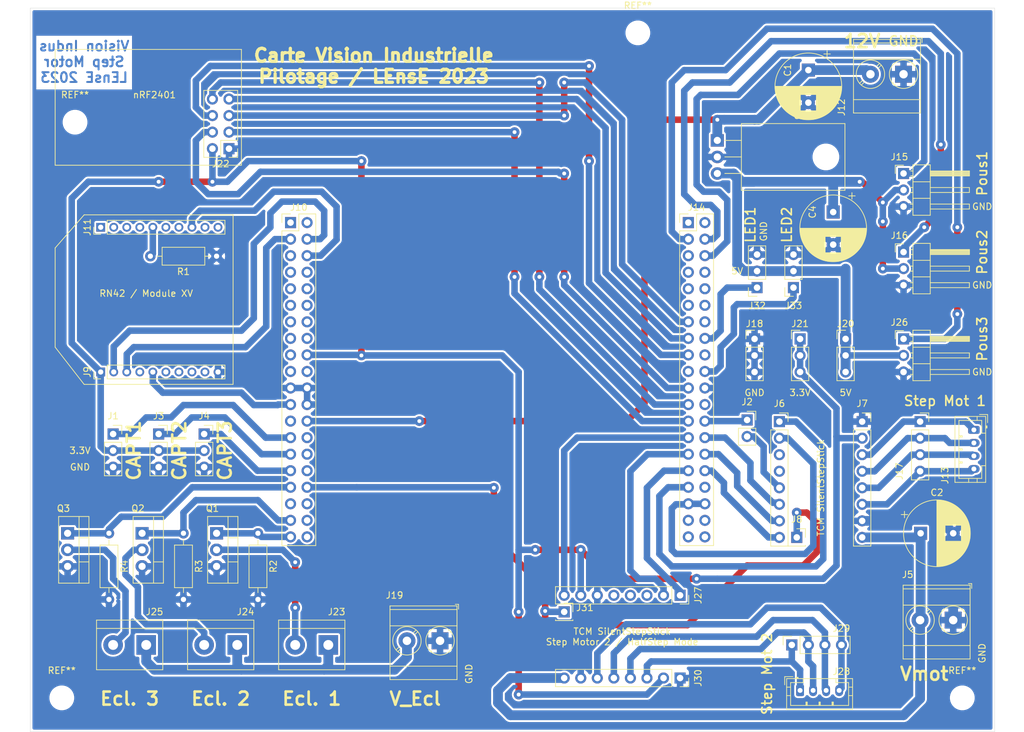
<source format=kicad_pcb>
(kicad_pcb (version 20171130) (host pcbnew "(5.1.6)-1")
  (layers (0 F.Cu signal) (31 B.Cu signal) (34 B.Paste user) (35 F.Paste user) (36 B.SilkS user) (37 F.SilkS user) (38 B.Mask user) (39 F.Mask user) (44 Edge.Cuts user))
  (net 0 "")
  (net 1 GND)
  (net 2 VCapt1)
  (net 3 VCapt2)
  (net 4 VCapt3)
  (net 5 RX)
  (net 6 TX)
  (net 7 VIN)
  (net 8 5V_REG)
  (net 9 5V_NUC)
  (net 10 "Net-(J9-Pad9)")
  (net 11 "Net-(J9-Pad8)")
  (net 12 "Net-(J9-Pad7)")
  (net 13 "Net-(J9-Pad6)")
  (net 14 RESET_N)
  (net 15 "Net-(J9-Pad4)")
  (net 16 "Net-(J10-Pad28)")
  (net 17 GPIO2_STATUS)
  (net 18 "Net-(J10-Pad14)")
  (net 19 "Net-(J10-Pad13)")
  (net 20 "Net-(J10-Pad12)")
  (net 21 "Net-(J10-Pad11)")
  (net 22 "Net-(J10-Pad10)")
  (net 23 "Net-(J10-Pad9)")
  (net 24 "Net-(J10-Pad8)")
  (net 25 "Net-(J10-Pad7)")
  (net 26 "Net-(J10-Pad2)")
  (net 27 "Net-(J10-Pad1)")
  (net 28 "Net-(J11-Pad1)")
  (net 29 "Net-(J11-Pad2)")
  (net 30 "Net-(J11-Pad3)")
  (net 31 "Net-(J11-Pad4)")
  (net 32 "Net-(J11-Pad5)")
  (net 33 "Net-(J11-Pad6)")
  (net 34 "Net-(J11-Pad7)")
  (net 35 "Net-(J11-Pad9)")
  (net 36 "Net-(J11-Pad10)")
  (net 37 "Net-(J14-Pad1)")
  (net 38 "Net-(J14-Pad2)")
  (net 39 "Net-(J14-Pad5)")
  (net 40 "Net-(J14-Pad9)")
  (net 41 "Net-(J14-Pad10)")
  (net 42 "Net-(J14-Pad14)")
  (net 43 "Net-(J14-Pad18)")
  (net 44 "Net-(J14-Pad19)")
  (net 45 "Net-(J14-Pad24)")
  (net 46 "Net-(J14-Pad34)")
  (net 47 "Net-(J14-Pad37)")
  (net 48 "Net-(J14-Pad38)")
  (net 49 "Net-(J14-Pad39)")
  (net 50 "Net-(J14-Pad40)")
  (net 51 "Net-(J10-Pad35)")
  (net 52 "Net-(J10-Pad16)")
  (net 53 "Net-(J14-Pad12)")
  (net 54 "Net-(J14-Pad11)")
  (net 55 3.3V_NUC)
  (net 56 SCK)
  (net 57 MISO)
  (net 58 MOSI)
  (net 59 CSN_nRF)
  (net 60 IRQ_nRF)
  (net 61 CE_nRF)
  (net 62 CFG3_NUC)
  (net 63 CFG3_NUC_O)
  (net 64 VMOT)
  (net 65 DIR_NUC)
  (net 66 STEP_NUC)
  (net 67 "Net-(J6-Pad3)")
  (net 68 "Net-(J6-Pad4)")
  (net 69 CFG2_NUC)
  (net 70 CFG1_NUC)
  (net 71 EN_NUC)
  (net 72 MOT_2B)
  (net 73 MOT_2A)
  (net 74 MOT_1B)
  (net 75 MOT_1A)
  (net 76 VREF_OUT_NUC)
  (net 77 "Net-(J10-Pad40)")
  (net 78 "Net-(J10-Pad38)")
  (net 79 "Net-(J10-Pad36)")
  (net 80 "Net-(J10-Pad32)")
  (net 81 "Net-(J10-Pad30)")
  (net 82 NUC_P1)
  (net 83 NUC_P2)
  (net 84 NUC_P3)
  (net 85 "Net-(J14-Pad7)")
  (net 86 "Net-(J14-Pad8)")
  (net 87 VECL)
  (net 88 "Net-(J23-Pad2)")
  (net 89 "Net-(J24-Pad2)")
  (net 90 "Net-(J25-Pad2)")
  (net 91 NUC_E1)
  (net 92 NUC_E2)
  (net 93 NUC_E3)
  (net 94 "Net-(J10-Pad19)")
  (net 95 "Net-(J10-Pad17)")
  (net 96 "Net-(J10-Pad15)")
  (net 97 "Net-(J10-Pad5)")
  (net 98 EN2_NUC)
  (net 99 STEP2_NUC)
  (net 100 DIR2_NUC)
  (net 101 "Net-(J27-Pad3)")
  (net 102 "Net-(J27-Pad4)")
  (net 103 "Net-(J27-Pad5)")
  (net 104 MOT2_1A)
  (net 105 MOT2_1B)
  (net 106 MOT2_2A)
  (net 107 MOT2_2B)
  (net 108 LED_1)
  (net 109 LED_2)
  (net 110 USER_BUTTON)
  (module MountingHole:MountingHole_3.2mm_M3 (layer F.Cu) (at 99.568 78.74)
    (fp_text reference REF** (at 0 -4.2) (layer F.SilkS))
    (fp_text value MountingHole_3.2mm_M3)
    (pad 1 np_thru_hole circle (at 0 0) (size 3.2 3.2) (drill 3.2) (layers *.Cu *.Mask))
  )
  (module MountingHole:MountingHole_3.2mm_M3 (layer F.Cu) (at 11.176 180.848)
    (fp_text reference REF** (at 0 -4.2) (layer F.SilkS))
    (fp_text value MountingHole_3.2mm_M3)
    (pad 1 np_thru_hole circle (at 0 0) (size 3.2 3.2) (drill 3.2) (layers *.Cu *.Mask))
  )
  (module MountingHole:MountingHole_3.2mm_M3 (layer F.Cu) (at 149.352 180.848)
    (fp_text reference REF** (at 0 -4.2) (layer F.SilkS))
    (fp_text value MountingHole_3.2mm_M3)
    (pad 1 np_thru_hole circle (at 0 0) (size 3.2 3.2) (drill 3.2) (layers *.Cu *.Mask))
  )
  (module MountingHole:MountingHole_3.2mm_M3 (layer F.Cu) (at 13.208 92.456)
    (fp_text reference REF** (at 0 -4.2) (layer F.SilkS))
    (fp_text value MountingHole_3.2mm_M3)
    (pad 1 np_thru_hole circle (at 0 0) (size 3.2 3.2) (drill 3.2) (layers *.Cu *.Mask))
  )
  (module Connector_JST:JST_PH_B4B-PH-K_1x04_P2.00mm_Vertical (layer F.Cu) (at 151.13 139.7 270)
    (fp_text reference J13 (at 6.985 4.445 90) (layer F.SilkS))
    (fp_text value Motor1_Out_JST)
    (pad 1 thru_hole roundrect (at 0 0 270) (size 1.2 1.75) (drill 0.75) (layers *.Cu *.Mask) (roundrect_rratio 0.208333) (net 75 MOT_1A))
    (pad 2 thru_hole oval (at 2 0 270) (size 1.2 1.75) (drill 0.75) (layers *.Cu *.Mask) (net 74 MOT_1B))
    (pad 3 thru_hole oval (at 4 0 270) (size 1.2 1.75) (drill 0.75) (layers *.Cu *.Mask) (net 73 MOT_2A))
    (pad 4 thru_hole oval (at 6 0 270) (size 1.2 1.75) (drill 0.75) (layers *.Cu *.Mask) (net 72 MOT_2B))
  )
  (module Connector_PinSocket_2.54mm:PinSocket_1x01_P2.54mm_Vertical (layer F.Cu) (at 88.265 167.64)
    (fp_text reference J31 (at 3.175 -0.635) (layer F.SilkS))
    (fp_text value TMC2100_Vref)
    (pad 1 thru_hole rect (at 0 0) (size 1.7 1.7) (drill 1) (layers *.Cu *.Mask) (net 76 VREF_OUT_NUC))
  )
  (module Connector_PinHeader_2.54mm:PinHeader_2x04_P2.54mm_Vertical (layer F.Cu) (at 36.83 96.52 180)
    (fp_text reference J22 (at 1.27 -2.33) (layer F.SilkS))
    (fp_text value nRF24L01)
    (pad 1 thru_hole rect (at 0 0 180) (size 1.7 1.7) (drill 1) (layers *.Cu *.Mask) (net 1 GND))
    (pad 2 thru_hole oval (at 2.54 0 180) (size 1.7 1.7) (drill 1) (layers *.Cu *.Mask) (net 55 3.3V_NUC))
    (pad 3 thru_hole oval (at 0 2.54 180) (size 1.7 1.7) (drill 1) (layers *.Cu *.Mask) (net 61 CE_nRF))
    (pad 4 thru_hole oval (at 2.54 2.54 180) (size 1.7 1.7) (drill 1) (layers *.Cu *.Mask) (net 59 CSN_nRF))
    (pad 5 thru_hole oval (at 0 5.08 180) (size 1.7 1.7) (drill 1) (layers *.Cu *.Mask) (net 56 SCK))
    (pad 6 thru_hole oval (at 2.54 5.08 180) (size 1.7 1.7) (drill 1) (layers *.Cu *.Mask) (net 58 MOSI))
    (pad 7 thru_hole oval (at 0 7.62 180) (size 1.7 1.7) (drill 1) (layers *.Cu *.Mask) (net 57 MISO))
    (pad 8 thru_hole oval (at 2.54 7.62 180) (size 1.7 1.7) (drill 1) (layers *.Cu *.Mask) (net 60 IRQ_nRF))
  )
  (module Connector_PinHeader_2.54mm:PinHeader_2x20_P2.54mm_Vertical (layer F.Cu) (at 46.275001 107.870001)
    (fp_text reference J10 (at 1.27 -2.33) (layer F.SilkS))
    (fp_text value Morpho_Gauche)
    (pad 40 thru_hole oval (at 2.54 48.26) (size 1.7 1.7) (drill 1) (layers *.Cu *.Mask) (net 77 "Net-(J10-Pad40)"))
    (pad 39 thru_hole oval (at 0 48.26) (size 1.7 1.7) (drill 1) (layers *.Cu *.Mask) (net 91 NUC_E1))
    (pad 38 thru_hole oval (at 2.54 45.72) (size 1.7 1.7) (drill 1) (layers *.Cu *.Mask) (net 78 "Net-(J10-Pad38)"))
    (pad 37 thru_hole oval (at 0 45.72) (size 1.7 1.7) (drill 1) (layers *.Cu *.Mask) (net 92 NUC_E2))
    (pad 36 thru_hole oval (at 2.54 43.18) (size 1.7 1.7) (drill 1) (layers *.Cu *.Mask) (net 79 "Net-(J10-Pad36)"))
    (pad 35 thru_hole oval (at 0 43.18) (size 1.7 1.7) (drill 1) (layers *.Cu *.Mask) (net 51 "Net-(J10-Pad35)"))
    (pad 34 thru_hole oval (at 2.54 40.64) (size 1.7 1.7) (drill 1) (layers *.Cu *.Mask) (net 76 VREF_OUT_NUC))
    (pad 33 thru_hole oval (at 0 40.64) (size 1.7 1.7) (drill 1) (layers *.Cu *.Mask) (net 93 NUC_E3))
    (pad 32 thru_hole oval (at 2.54 38.1) (size 1.7 1.7) (drill 1) (layers *.Cu *.Mask) (net 80 "Net-(J10-Pad32)"))
    (pad 31 thru_hole oval (at 0 38.1) (size 1.7 1.7) (drill 1) (layers *.Cu *.Mask) (net 4 VCapt3))
    (pad 30 thru_hole oval (at 2.54 35.56) (size 1.7 1.7) (drill 1) (layers *.Cu *.Mask) (net 81 "Net-(J10-Pad30)"))
    (pad 29 thru_hole oval (at 0 35.56) (size 1.7 1.7) (drill 1) (layers *.Cu *.Mask) (net 3 VCapt2))
    (pad 28 thru_hole oval (at 2.54 33.02) (size 1.7 1.7) (drill 1) (layers *.Cu *.Mask) (net 16 "Net-(J10-Pad28)"))
    (pad 27 thru_hole oval (at 0 33.02) (size 1.7 1.7) (drill 1) (layers *.Cu *.Mask) (net 2 VCapt1))
    (pad 26 thru_hole oval (at 2.54 30.48) (size 1.7 1.7) (drill 1) (layers *.Cu *.Mask) (net 7 VIN))
    (pad 25 thru_hole oval (at 0 30.48) (size 1.7 1.7) (drill 1) (layers *.Cu *.Mask) (net 110 USER_BUTTON))
    (pad 24 thru_hole oval (at 2.54 27.94) (size 1.7 1.7) (drill 1) (layers *.Cu *.Mask) (net 1 GND))
    (pad 23 thru_hole oval (at 0 27.94) (size 1.7 1.7) (drill 1) (layers *.Cu *.Mask) (net 14 RESET_N))
    (pad 22 thru_hole oval (at 2.54 25.4) (size 1.7 1.7) (drill 1) (layers *.Cu *.Mask) (net 1 GND))
    (pad 21 thru_hole oval (at 0 25.4) (size 1.7 1.7) (drill 1) (layers *.Cu *.Mask) (net 1 GND))
    (pad 20 thru_hole oval (at 2.54 22.86) (size 1.7 1.7) (drill 1) (layers *.Cu *.Mask) (net 9 5V_NUC))
    (pad 19 thru_hole oval (at 0 22.86) (size 1.7 1.7) (drill 1) (layers *.Cu *.Mask) (net 94 "Net-(J10-Pad19)"))
    (pad 18 thru_hole oval (at 2.54 20.32) (size 1.7 1.7) (drill 1) (layers *.Cu *.Mask) (net 55 3.3V_NUC))
    (pad 17 thru_hole oval (at 0 20.32) (size 1.7 1.7) (drill 1) (layers *.Cu *.Mask) (net 95 "Net-(J10-Pad17)"))
    (pad 16 thru_hole oval (at 2.54 17.78) (size 1.7 1.7) (drill 1) (layers *.Cu *.Mask) (net 52 "Net-(J10-Pad16)"))
    (pad 15 thru_hole oval (at 0 17.78) (size 1.7 1.7) (drill 1) (layers *.Cu *.Mask) (net 96 "Net-(J10-Pad15)"))
    (pad 14 thru_hole oval (at 2.54 15.24) (size 1.7 1.7) (drill 1) (layers *.Cu *.Mask) (net 18 "Net-(J10-Pad14)"))
    (pad 13 thru_hole oval (at 0 15.24) (size 1.7 1.7) (drill 1) (layers *.Cu *.Mask) (net 19 "Net-(J10-Pad13)"))
    (pad 12 thru_hole oval (at 2.54 12.7) (size 1.7 1.7) (drill 1) (layers *.Cu *.Mask) (net 20 "Net-(J10-Pad12)"))
    (pad 11 thru_hole oval (at 0 12.7) (size 1.7 1.7) (drill 1) (layers *.Cu *.Mask) (net 21 "Net-(J10-Pad11)"))
    (pad 10 thru_hole oval (at 2.54 10.16) (size 1.7 1.7) (drill 1) (layers *.Cu *.Mask) (net 22 "Net-(J10-Pad10)"))
    (pad 9 thru_hole oval (at 0 10.16) (size 1.7 1.7) (drill 1) (layers *.Cu *.Mask) (net 23 "Net-(J10-Pad9)"))
    (pad 8 thru_hole oval (at 2.54 7.62) (size 1.7 1.7) (drill 1) (layers *.Cu *.Mask) (net 24 "Net-(J10-Pad8)"))
    (pad 7 thru_hole oval (at 0 7.62) (size 1.7 1.7) (drill 1) (layers *.Cu *.Mask) (net 25 "Net-(J10-Pad7)"))
    (pad 6 thru_hole oval (at 2.54 5.08) (size 1.7 1.7) (drill 1) (layers *.Cu *.Mask) (net 17 GPIO2_STATUS))
    (pad 5 thru_hole oval (at 0 5.08) (size 1.7 1.7) (drill 1) (layers *.Cu *.Mask) (net 97 "Net-(J10-Pad5)"))
    (pad 4 thru_hole oval (at 2.54 2.54) (size 1.7 1.7) (drill 1) (layers *.Cu *.Mask) (net 5 RX))
    (pad 3 thru_hole oval (at 0 2.54) (size 1.7 1.7) (drill 1) (layers *.Cu *.Mask) (net 6 TX))
    (pad 2 thru_hole oval (at 2.54 0) (size 1.7 1.7) (drill 1) (layers *.Cu *.Mask) (net 26 "Net-(J10-Pad2)"))
    (pad 1 thru_hole rect (at 0 0) (size 1.7 1.7) (drill 1) (layers *.Cu *.Mask) (net 27 "Net-(J10-Pad1)"))
  )
  (module Connector_PinHeader_2.54mm:PinHeader_2x20_P2.54mm_Vertical (layer F.Cu) (at 107.315 107.870001)
    (fp_text reference J14 (at 1.27 -2.33) (layer F.SilkS))
    (fp_text value Morpho_Droite)
    (pad 1 thru_hole rect (at 0 0) (size 1.7 1.7) (drill 1) (layers *.Cu *.Mask) (net 37 "Net-(J14-Pad1)"))
    (pad 2 thru_hole oval (at 2.54 0) (size 1.7 1.7) (drill 1) (layers *.Cu *.Mask) (net 38 "Net-(J14-Pad2)"))
    (pad 3 thru_hole oval (at 0 2.54) (size 1.7 1.7) (drill 1) (layers *.Cu *.Mask) (net 84 NUC_P3))
    (pad 4 thru_hole oval (at 2.54 2.54) (size 1.7 1.7) (drill 1) (layers *.Cu *.Mask) (net 83 NUC_P2))
    (pad 5 thru_hole oval (at 0 5.08) (size 1.7 1.7) (drill 1) (layers *.Cu *.Mask) (net 39 "Net-(J14-Pad5)"))
    (pad 6 thru_hole oval (at 2.54 5.08) (size 1.7 1.7) (drill 1) (layers *.Cu *.Mask) (net 82 NUC_P1))
    (pad 7 thru_hole oval (at 0 7.62) (size 1.7 1.7) (drill 1) (layers *.Cu *.Mask) (net 85 "Net-(J14-Pad7)"))
    (pad 8 thru_hole oval (at 2.54 7.62) (size 1.7 1.7) (drill 1) (layers *.Cu *.Mask) (net 86 "Net-(J14-Pad8)"))
    (pad 9 thru_hole oval (at 0 10.16) (size 1.7 1.7) (drill 1) (layers *.Cu *.Mask) (net 40 "Net-(J14-Pad9)"))
    (pad 10 thru_hole oval (at 2.54 10.16) (size 1.7 1.7) (drill 1) (layers *.Cu *.Mask) (net 41 "Net-(J14-Pad10)"))
    (pad 11 thru_hole oval (at 0 12.7) (size 1.7 1.7) (drill 1) (layers *.Cu *.Mask) (net 54 "Net-(J14-Pad11)"))
    (pad 12 thru_hole oval (at 2.54 12.7) (size 1.7 1.7) (drill 1) (layers *.Cu *.Mask) (net 53 "Net-(J14-Pad12)"))
    (pad 13 thru_hole oval (at 0 15.24) (size 1.7 1.7) (drill 1) (layers *.Cu *.Mask) (net 56 SCK))
    (pad 14 thru_hole oval (at 2.54 15.24) (size 1.7 1.7) (drill 1) (layers *.Cu *.Mask) (net 42 "Net-(J14-Pad14)"))
    (pad 15 thru_hole oval (at 0 17.78) (size 1.7 1.7) (drill 1) (layers *.Cu *.Mask) (net 57 MISO))
    (pad 16 thru_hole oval (at 2.54 17.78) (size 1.7 1.7) (drill 1) (layers *.Cu *.Mask) (net 108 LED_1))
    (pad 17 thru_hole oval (at 0 20.32) (size 1.7 1.7) (drill 1) (layers *.Cu *.Mask) (net 58 MOSI))
    (pad 18 thru_hole oval (at 2.54 20.32) (size 1.7 1.7) (drill 1) (layers *.Cu *.Mask) (net 43 "Net-(J14-Pad18)"))
    (pad 19 thru_hole oval (at 0 22.86) (size 1.7 1.7) (drill 1) (layers *.Cu *.Mask) (net 44 "Net-(J14-Pad19)"))
    (pad 20 thru_hole oval (at 2.54 22.86) (size 1.7 1.7) (drill 1) (layers *.Cu *.Mask) (net 109 LED_2))
    (pad 21 thru_hole oval (at 0 25.4) (size 1.7 1.7) (drill 1) (layers *.Cu *.Mask) (net 59 CSN_nRF))
    (pad 22 thru_hole oval (at 2.54 25.4) (size 1.7 1.7) (drill 1) (layers *.Cu *.Mask) (net 1 GND))
    (pad 23 thru_hole oval (at 0 27.94) (size 1.7 1.7) (drill 1) (layers *.Cu *.Mask) (net 60 IRQ_nRF))
    (pad 24 thru_hole oval (at 2.54 27.94) (size 1.7 1.7) (drill 1) (layers *.Cu *.Mask) (net 45 "Net-(J14-Pad24)"))
    (pad 25 thru_hole oval (at 0 30.48) (size 1.7 1.7) (drill 1) (layers *.Cu *.Mask) (net 61 CE_nRF))
    (pad 26 thru_hole oval (at 2.54 30.48) (size 1.7 1.7) (drill 1) (layers *.Cu *.Mask) (net 62 CFG3_NUC))
    (pad 27 thru_hole oval (at 0 33.02) (size 1.7 1.7) (drill 1) (layers *.Cu *.Mask) (net 98 EN2_NUC))
    (pad 28 thru_hole oval (at 2.54 33.02) (size 1.7 1.7) (drill 1) (layers *.Cu *.Mask) (net 69 CFG2_NUC))
    (pad 29 thru_hole oval (at 0 35.56) (size 1.7 1.7) (drill 1) (layers *.Cu *.Mask) (net 99 STEP2_NUC))
    (pad 30 thru_hole oval (at 2.54 35.56) (size 1.7 1.7) (drill 1) (layers *.Cu *.Mask) (net 70 CFG1_NUC))
    (pad 31 thru_hole oval (at 0 38.1) (size 1.7 1.7) (drill 1) (layers *.Cu *.Mask) (net 100 DIR2_NUC))
    (pad 32 thru_hole oval (at 2.54 38.1) (size 1.7 1.7) (drill 1) (layers *.Cu *.Mask) (net 71 EN_NUC))
    (pad 33 thru_hole oval (at 0 40.64) (size 1.7 1.7) (drill 1) (layers *.Cu *.Mask) (net 65 DIR_NUC))
    (pad 34 thru_hole oval (at 2.54 40.64) (size 1.7 1.7) (drill 1) (layers *.Cu *.Mask) (net 46 "Net-(J14-Pad34)"))
    (pad 35 thru_hole oval (at 0 43.18) (size 1.7 1.7) (drill 1) (layers *.Cu *.Mask) (net 66 STEP_NUC))
    (pad 36 thru_hole oval (at 2.54 43.18) (size 1.7 1.7) (drill 1) (layers *.Cu *.Mask) (net 66 STEP_NUC))
    (pad 37 thru_hole oval (at 0 45.72) (size 1.7 1.7) (drill 1) (layers *.Cu *.Mask) (net 47 "Net-(J14-Pad37)"))
    (pad 38 thru_hole oval (at 2.54 45.72) (size 1.7 1.7) (drill 1) (layers *.Cu *.Mask) (net 48 "Net-(J14-Pad38)"))
    (pad 39 thru_hole oval (at 0 48.26) (size 1.7 1.7) (drill 1) (layers *.Cu *.Mask) (net 49 "Net-(J14-Pad39)"))
    (pad 40 thru_hole oval (at 2.54 48.26) (size 1.7 1.7) (drill 1) (layers *.Cu *.Mask) (net 50 "Net-(J14-Pad40)"))
  )
  (module Connector_PinHeader_2.00mm:PinHeader_1x10_P2.00mm_Vertical (layer F.Cu) (at 17.145 130.81 90)
    (fp_text reference J9 (at 0 -2.06 90) (layer F.SilkS))
    (fp_text value RN42X-GAUCHE)
    (pad 1 thru_hole rect (at 0 0 90) (size 1.35 1.35) (drill 0.8) (layers *.Cu *.Mask) (net 55 3.3V_NUC))
    (pad 2 thru_hole oval (at 0 2 90) (size 1.35 1.35) (drill 0.8) (layers *.Cu *.Mask) (net 5 RX))
    (pad 3 thru_hole oval (at 0 4 90) (size 1.35 1.35) (drill 0.8) (layers *.Cu *.Mask) (net 6 TX))
    (pad 4 thru_hole oval (at 0 6 90) (size 1.35 1.35) (drill 0.8) (layers *.Cu *.Mask) (net 15 "Net-(J9-Pad4)"))
    (pad 5 thru_hole oval (at 0 8 90) (size 1.35 1.35) (drill 0.8) (layers *.Cu *.Mask) (net 14 RESET_N))
    (pad 6 thru_hole oval (at 0 10 90) (size 1.35 1.35) (drill 0.8) (layers *.Cu *.Mask) (net 13 "Net-(J9-Pad6)"))
    (pad 7 thru_hole oval (at 0 12 90) (size 1.35 1.35) (drill 0.8) (layers *.Cu *.Mask) (net 12 "Net-(J9-Pad7)"))
    (pad 8 thru_hole oval (at 0 14 90) (size 1.35 1.35) (drill 0.8) (layers *.Cu *.Mask) (net 11 "Net-(J9-Pad8)"))
    (pad 9 thru_hole oval (at 0 16 90) (size 1.35 1.35) (drill 0.8) (layers *.Cu *.Mask) (net 10 "Net-(J9-Pad9)"))
    (pad 10 thru_hole oval (at 0 18 90) (size 1.35 1.35) (drill 0.8) (layers *.Cu *.Mask) (net 1 GND))
  )
  (module Connector_PinHeader_2.00mm:PinHeader_1x10_P2.00mm_Vertical (layer F.Cu) (at 17.145 108.585 90)
    (fp_text reference J11 (at 0 -2.06 90) (layer F.SilkS))
    (fp_text value RN42X-DROITE)
    (pad 10 thru_hole oval (at 0 18 90) (size 1.35 1.35) (drill 0.8) (layers *.Cu *.Mask) (net 36 "Net-(J11-Pad10)"))
    (pad 9 thru_hole oval (at 0 16 90) (size 1.35 1.35) (drill 0.8) (layers *.Cu *.Mask) (net 35 "Net-(J11-Pad9)"))
    (pad 8 thru_hole oval (at 0 14 90) (size 1.35 1.35) (drill 0.8) (layers *.Cu *.Mask) (net 17 GPIO2_STATUS))
    (pad 7 thru_hole oval (at 0 12 90) (size 1.35 1.35) (drill 0.8) (layers *.Cu *.Mask) (net 34 "Net-(J11-Pad7)"))
    (pad 6 thru_hole oval (at 0 10 90) (size 1.35 1.35) (drill 0.8) (layers *.Cu *.Mask) (net 33 "Net-(J11-Pad6)"))
    (pad 5 thru_hole oval (at 0 8 90) (size 1.35 1.35) (drill 0.8) (layers *.Cu *.Mask) (net 32 "Net-(J11-Pad5)"))
    (pad 4 thru_hole oval (at 0 6 90) (size 1.35 1.35) (drill 0.8) (layers *.Cu *.Mask) (net 31 "Net-(J11-Pad4)"))
    (pad 3 thru_hole oval (at 0 4 90) (size 1.35 1.35) (drill 0.8) (layers *.Cu *.Mask) (net 30 "Net-(J11-Pad3)"))
    (pad 2 thru_hole oval (at 0 2 90) (size 1.35 1.35) (drill 0.8) (layers *.Cu *.Mask) (net 29 "Net-(J11-Pad2)"))
    (pad 1 thru_hole rect (at 0 0 90) (size 1.35 1.35) (drill 0.8) (layers *.Cu *.Mask) (net 28 "Net-(J11-Pad1)"))
  )
  (module Resistor_THT:R_Axial_DIN0207_L6.3mm_D2.5mm_P10.16mm_Horizontal (layer F.Cu) (at 34.925 113.03 180)
    (fp_text reference R1 (at 5.08 -2.37 180) (layer F.SilkS))
    (fp_text value 1k)
    (pad 1 thru_hole circle (at 0 0 180) (size 1.6 1.6) (drill 0.8) (layers *.Cu *.Mask) (net 1 GND))
    (pad 2 thru_hole oval (at 10.16 0 180) (size 1.6 1.6) (drill 0.8) (layers *.Cu *.Mask) (net 32 "Net-(J11-Pad5)"))
  )
  (module Capacitor_THT:CP_Radial_D10.0mm_P5.00mm (layer F.Cu) (at 125.73 84.455 270)
    (fp_text reference C1 (at 0 3.175 90) (layer F.SilkS))
    (fp_text value 10uF)
    (pad 2 thru_hole circle (at 5 0 270) (size 2 2) (drill 1) (layers *.Cu *.Mask) (net 1 GND))
    (pad 1 thru_hole rect (at 0 0 270) (size 2 2) (drill 1) (layers *.Cu *.Mask) (net 7 VIN))
  )
  (module Capacitor_THT:CP_Radial_D10.0mm_P5.00mm (layer F.Cu) (at 129.54 106.252 270)
    (fp_text reference C4 (at 0 3.175 90) (layer F.SilkS))
    (fp_text value 10uF)
    (pad 1 thru_hole rect (at 0 0 270) (size 2 2) (drill 1) (layers *.Cu *.Mask) (net 8 5V_REG))
    (pad 2 thru_hole circle (at 5 0 270) (size 2 2) (drill 1) (layers *.Cu *.Mask) (net 1 GND))
  )
  (module Connector_PinSocket_2.54mm:PinSocket_1x03_P2.54mm_Vertical (layer F.Cu) (at 19.05 140.335)
    (fp_text reference J1 (at 0 -2.77) (layer F.SilkS))
    (fp_text value Capt1)
    (pad 1 thru_hole rect (at 0 0) (size 1.7 1.7) (drill 1) (layers *.Cu *.Mask) (net 2 VCapt1))
    (pad 2 thru_hole oval (at 0 2.54) (size 1.7 1.7) (drill 1) (layers *.Cu *.Mask) (net 55 3.3V_NUC))
    (pad 3 thru_hole oval (at 0 5.08) (size 1.7 1.7) (drill 1) (layers *.Cu *.Mask) (net 1 GND))
  )
  (module Connector_PinSocket_2.54mm:PinSocket_1x02_P2.54mm_Vertical (layer F.Cu) (at 116.332 138.176)
    (fp_text reference J2 (at 0 -2.77) (layer F.SilkS))
    (fp_text value CFG3_Open)
    (pad 1 thru_hole rect (at 0 0) (size 1.7 1.7) (drill 1) (layers *.Cu *.Mask) (net 62 CFG3_NUC))
    (pad 2 thru_hole oval (at 0 2.54) (size 1.7 1.7) (drill 1) (layers *.Cu *.Mask) (net 63 CFG3_NUC_O))
  )
  (module Connector_PinSocket_2.54mm:PinSocket_1x03_P2.54mm_Vertical (layer F.Cu) (at 26.035 140.335)
    (fp_text reference J3 (at 0 -2.77) (layer F.SilkS))
    (fp_text value Capt2)
    (pad 3 thru_hole oval (at 0 5.08) (size 1.7 1.7) (drill 1) (layers *.Cu *.Mask) (net 1 GND))
    (pad 2 thru_hole oval (at 0 2.54) (size 1.7 1.7) (drill 1) (layers *.Cu *.Mask) (net 55 3.3V_NUC))
    (pad 1 thru_hole rect (at 0 0) (size 1.7 1.7) (drill 1) (layers *.Cu *.Mask) (net 3 VCapt2))
  )
  (module Connector_PinSocket_2.54mm:PinSocket_1x03_P2.54mm_Vertical (layer F.Cu) (at 33.02 140.335)
    (fp_text reference J4 (at 0 -2.77) (layer F.SilkS))
    (fp_text value Capt3)
    (pad 1 thru_hole rect (at 0 0) (size 1.7 1.7) (drill 1) (layers *.Cu *.Mask) (net 4 VCapt3))
    (pad 2 thru_hole oval (at 0 2.54) (size 1.7 1.7) (drill 1) (layers *.Cu *.Mask) (net 55 3.3V_NUC))
    (pad 3 thru_hole oval (at 0 5.08) (size 1.7 1.7) (drill 1) (layers *.Cu *.Mask) (net 1 GND))
  )
  (module TerminalBlock_Phoenix:TerminalBlock_Phoenix_MKDS-3-2-5.08_1x02_P5.08mm_Horizontal (layer F.Cu) (at 147.955 168.91 180)
    (fp_text reference J5 (at 6.985 6.985) (layer F.SilkS))
    (fp_text value VMOT)
    (pad 1 thru_hole rect (at 0 0 180) (size 2.6 2.6) (drill 1.3) (layers *.Cu *.Mask) (net 1 GND))
    (pad 2 thru_hole circle (at 5.08 0 180) (size 2.6 2.6) (drill 1.3) (layers *.Cu *.Mask) (net 64 VMOT))
  )
  (module Connector_PinSocket_2.54mm:PinSocket_1x08_P2.54mm_Vertical (layer F.Cu) (at 121.285 138.43)
    (fp_text reference J6 (at 0 -2.77) (layer F.SilkS))
    (fp_text value TMC2100_A)
    (pad 1 thru_hole rect (at 0 0) (size 1.7 1.7) (drill 1) (layers *.Cu *.Mask) (net 65 DIR_NUC))
    (pad 2 thru_hole oval (at 0 2.54) (size 1.7 1.7) (drill 1) (layers *.Cu *.Mask) (net 66 STEP_NUC))
    (pad 3 thru_hole oval (at 0 5.08) (size 1.7 1.7) (drill 1) (layers *.Cu *.Mask) (net 67 "Net-(J6-Pad3)"))
    (pad 4 thru_hole oval (at 0 7.62) (size 1.7 1.7) (drill 1) (layers *.Cu *.Mask) (net 68 "Net-(J6-Pad4)"))
    (pad 5 thru_hole oval (at 0 10.16) (size 1.7 1.7) (drill 1) (layers *.Cu *.Mask) (net 63 CFG3_NUC_O))
    (pad 6 thru_hole oval (at 0 12.7) (size 1.7 1.7) (drill 1) (layers *.Cu *.Mask) (net 69 CFG2_NUC))
    (pad 7 thru_hole oval (at 0 15.24) (size 1.7 1.7) (drill 1) (layers *.Cu *.Mask) (net 70 CFG1_NUC))
    (pad 8 thru_hole oval (at 0 17.78) (size 1.7 1.7) (drill 1) (layers *.Cu *.Mask) (net 71 EN_NUC))
  )
  (module Connector_PinSocket_2.54mm:PinSocket_1x08_P2.54mm_Vertical (layer F.Cu) (at 133.985 138.43)
    (fp_text reference J7 (at 0 -2.77) (layer F.SilkS))
    (fp_text value TMC2100_B)
    (pad 8 thru_hole oval (at 0 17.78) (size 1.7 1.7) (drill 1) (layers *.Cu *.Mask) (net 64 VMOT))
    (pad 7 thru_hole oval (at 0 15.24) (size 1.7 1.7) (drill 1) (layers *.Cu *.Mask) (net 1 GND))
    (pad 6 thru_hole oval (at 0 12.7) (size 1.7 1.7) (drill 1) (layers *.Cu *.Mask) (net 72 MOT_2B))
    (pad 5 thru_hole oval (at 0 10.16) (size 1.7 1.7) (drill 1) (layers *.Cu *.Mask) (net 73 MOT_2A))
    (pad 4 thru_hole oval (at 0 7.62) (size 1.7 1.7) (drill 1) (layers *.Cu *.Mask) (net 74 MOT_1B))
    (pad 3 thru_hole oval (at 0 5.08) (size 1.7 1.7) (drill 1) (layers *.Cu *.Mask) (net 75 MOT_1A))
    (pad 2 thru_hole oval (at 0 2.54) (size 1.7 1.7) (drill 1) (layers *.Cu *.Mask) (net 55 3.3V_NUC))
    (pad 1 thru_hole rect (at 0 0) (size 1.7 1.7) (drill 1) (layers *.Cu *.Mask) (net 1 GND))
  )
  (module Connector_PinSocket_2.54mm:PinSocket_1x01_P2.54mm_Vertical (layer F.Cu) (at 123.952 156.21)
    (fp_text reference J8 (at 0 -2.77) (layer F.SilkS))
    (fp_text value TMC2100_Vref)
    (pad 1 thru_hole rect (at 0 0) (size 1.7 1.7) (drill 1) (layers *.Cu *.Mask) (net 76 VREF_OUT_NUC))
  )
  (module TerminalBlock_Phoenix:TerminalBlock_Phoenix_MKDS-3-2-5.08_1x02_P5.08mm_Horizontal (layer F.Cu) (at 140.335 85.09 180)
    (fp_text reference J12 (at 9.525 -5.08 90) (layer F.SilkS))
    (fp_text value BAT_IN)
    (pad 1 thru_hole rect (at 0 0 180) (size 2.6 2.6) (drill 1.3) (layers *.Cu *.Mask) (net 1 GND))
    (pad 2 thru_hole circle (at 5.08 0 180) (size 2.6 2.6) (drill 1.3) (layers *.Cu *.Mask) (net 7 VIN))
  )
  (module Connector_PinHeader_2.54mm:PinHeader_1x03_P2.54mm_Horizontal (layer F.Cu) (at 140.335 100.33)
    (fp_text reference J15 (at -0.635 -2.54) (layer F.SilkS))
    (fp_text value Poussoir1)
    (pad 1 thru_hole rect (at 0 0) (size 1.7 1.7) (drill 1) (layers *.Cu *.Mask) (net 82 NUC_P1))
    (pad 2 thru_hole oval (at 0 2.54) (size 1.7 1.7) (drill 1) (layers *.Cu *.Mask) (net 8 5V_REG))
    (pad 3 thru_hole oval (at 0 5.08) (size 1.7 1.7) (drill 1) (layers *.Cu *.Mask) (net 1 GND))
  )
  (module Connector_PinHeader_2.54mm:PinHeader_1x03_P2.54mm_Horizontal (layer F.Cu) (at 140.335 112.395)
    (fp_text reference J16 (at -0.635 -2.54) (layer F.SilkS))
    (fp_text value Poussoir2)
    (pad 3 thru_hole oval (at 0 5.08) (size 1.7 1.7) (drill 1) (layers *.Cu *.Mask) (net 1 GND))
    (pad 2 thru_hole oval (at 0 2.54) (size 1.7 1.7) (drill 1) (layers *.Cu *.Mask) (net 8 5V_REG))
    (pad 1 thru_hole rect (at 0 0) (size 1.7 1.7) (drill 1) (layers *.Cu *.Mask) (net 83 NUC_P2))
  )
  (module Connector_PinSocket_2.54mm:PinSocket_1x04_P2.54mm_Vertical (layer F.Cu) (at 142.875 138.43)
    (fp_text reference J17 (at -3.175 7.62 90) (layer F.SilkS))
    (fp_text value Motor1_Out_Pin)
    (pad 1 thru_hole rect (at 0 0) (size 1.7 1.7) (drill 1) (layers *.Cu *.Mask) (net 75 MOT_1A))
    (pad 2 thru_hole oval (at 0 2.54) (size 1.7 1.7) (drill 1) (layers *.Cu *.Mask) (net 74 MOT_1B))
    (pad 3 thru_hole oval (at 0 5.08) (size 1.7 1.7) (drill 1) (layers *.Cu *.Mask) (net 73 MOT_2A))
    (pad 4 thru_hole oval (at 0 7.62) (size 1.7 1.7) (drill 1) (layers *.Cu *.Mask) (net 72 MOT_2B))
  )
  (module Connector_PinHeader_2.54mm:PinHeader_1x03_P2.54mm_Vertical (layer F.Cu) (at 117.475 125.73)
    (fp_text reference J18 (at 0 -2.33) (layer F.SilkS))
    (fp_text value GND_reg)
    (pad 3 thru_hole oval (at 0 5.08) (size 1.7 1.7) (drill 1) (layers *.Cu *.Mask) (net 1 GND))
    (pad 2 thru_hole oval (at 0 2.54) (size 1.7 1.7) (drill 1) (layers *.Cu *.Mask) (net 1 GND))
    (pad 1 thru_hole rect (at 0 0) (size 1.7 1.7) (drill 1) (layers *.Cu *.Mask) (net 1 GND))
  )
  (module TerminalBlock_Phoenix:TerminalBlock_Phoenix_MKDS-3-2-5.08_1x02_P5.08mm_Horizontal (layer F.Cu) (at 69.215 172.085 180)
    (fp_text reference J19 (at 6.985 6.985) (layer F.SilkS))
    (fp_text value V_ECLAIRAGE)
    (pad 2 thru_hole circle (at 5.08 0 180) (size 2.6 2.6) (drill 1.3) (layers *.Cu *.Mask) (net 87 VECL))
    (pad 1 thru_hole rect (at 0 0 180) (size 2.6 2.6) (drill 1.3) (layers *.Cu *.Mask) (net 1 GND))
  )
  (module Connector_PinHeader_2.54mm:PinHeader_1x03_P2.54mm_Vertical (layer F.Cu) (at 131.445 125.73)
    (fp_text reference J20 (at 0 -2.33) (layer F.SilkS))
    (fp_text value 5V_reg)
    (pad 1 thru_hole rect (at 0 0) (size 1.7 1.7) (drill 1) (layers *.Cu *.Mask) (net 8 5V_REG))
    (pad 2 thru_hole oval (at 0 2.54) (size 1.7 1.7) (drill 1) (layers *.Cu *.Mask) (net 8 5V_REG))
    (pad 3 thru_hole oval (at 0 5.08) (size 1.7 1.7) (drill 1) (layers *.Cu *.Mask) (net 8 5V_REG))
  )
  (module TerminalBlock:TerminalBlock_bornier-2_P5.08mm (layer F.Cu) (at 52.07 172.72 180)
    (fp_text reference J23 (at -1.27 5.08) (layer F.SilkS))
    (fp_text value V_Ecl_1)
    (pad 1 thru_hole rect (at 0 0 180) (size 3 3) (drill 1.52) (layers *.Cu *.Mask) (net 87 VECL))
    (pad 2 thru_hole circle (at 5.08 0 180) (size 3 3) (drill 1.52) (layers *.Cu *.Mask) (net 88 "Net-(J23-Pad2)"))
  )
  (module TerminalBlock:TerminalBlock_bornier-2_P5.08mm (layer F.Cu) (at 38.1 172.72 180)
    (fp_text reference J24 (at -1.27 5.08) (layer F.SilkS))
    (fp_text value V_Ecl_2)
    (pad 2 thru_hole circle (at 5.08 0 180) (size 3 3) (drill 1.52) (layers *.Cu *.Mask) (net 89 "Net-(J24-Pad2)"))
    (pad 1 thru_hole rect (at 0 0 180) (size 3 3) (drill 1.52) (layers *.Cu *.Mask) (net 87 VECL))
  )
  (module TerminalBlock:TerminalBlock_bornier-2_P5.08mm (layer F.Cu) (at 24.13 172.72 180)
    (fp_text reference J25 (at -1.27 5.08) (layer F.SilkS))
    (fp_text value V_Ecl_3)
    (pad 1 thru_hole rect (at 0 0 180) (size 3 3) (drill 1.52) (layers *.Cu *.Mask) (net 87 VECL))
    (pad 2 thru_hole circle (at 5.08 0 180) (size 3 3) (drill 1.52) (layers *.Cu *.Mask) (net 90 "Net-(J25-Pad2)"))
  )
  (module Connector_PinHeader_2.54mm:PinHeader_1x03_P2.54mm_Horizontal (layer F.Cu) (at 140.335 125.73)
    (fp_text reference J26 (at -0.635 -2.54) (layer F.SilkS))
    (fp_text value Poussoir3)
    (pad 1 thru_hole rect (at 0 0) (size 1.7 1.7) (drill 1) (layers *.Cu *.Mask) (net 84 NUC_P3))
    (pad 2 thru_hole oval (at 0 2.54) (size 1.7 1.7) (drill 1) (layers *.Cu *.Mask) (net 8 5V_REG))
    (pad 3 thru_hole oval (at 0 5.08) (size 1.7 1.7) (drill 1) (layers *.Cu *.Mask) (net 1 GND))
  )
  (module Package_TO_SOT_THT:TO-220-3_Vertical (layer F.Cu) (at 34.925 155.575 270)
    (fp_text reference Q1 (at -3.81 0.635 180) (layer F.SilkS))
    (fp_text value IRL540N)
    (pad 1 thru_hole rect (at 0 0 270) (size 1.905 2) (drill 1.1) (layers *.Cu *.Mask) (net 91 NUC_E1))
    (pad 2 thru_hole oval (at 2.54 0 270) (size 1.905 2) (drill 1.1) (layers *.Cu *.Mask) (net 88 "Net-(J23-Pad2)"))
    (pad 3 thru_hole oval (at 5.08 0 270) (size 1.905 2) (drill 1.1) (layers *.Cu *.Mask) (net 1 GND))
  )
  (module Package_TO_SOT_THT:TO-220-3_Vertical (layer F.Cu) (at 23.495 155.575 270)
    (fp_text reference Q2 (at -3.81 0.635 180) (layer F.SilkS))
    (fp_text value IRL540N)
    (pad 3 thru_hole oval (at 5.08 0 270) (size 1.905 2) (drill 1.1) (layers *.Cu *.Mask) (net 1 GND))
    (pad 2 thru_hole oval (at 2.54 0 270) (size 1.905 2) (drill 1.1) (layers *.Cu *.Mask) (net 89 "Net-(J24-Pad2)"))
    (pad 1 thru_hole rect (at 0 0 270) (size 1.905 2) (drill 1.1) (layers *.Cu *.Mask) (net 92 NUC_E2))
  )
  (module Package_TO_SOT_THT:TO-220-3_Vertical (layer F.Cu) (at 12.065 155.575 270)
    (fp_text reference Q3 (at -3.81 0.635 180) (layer F.SilkS))
    (fp_text value IRL540N)
    (pad 1 thru_hole rect (at 0 0 270) (size 1.905 2) (drill 1.1) (layers *.Cu *.Mask) (net 93 NUC_E3))
    (pad 2 thru_hole oval (at 2.54 0 270) (size 1.905 2) (drill 1.1) (layers *.Cu *.Mask) (net 90 "Net-(J25-Pad2)"))
    (pad 3 thru_hole oval (at 5.08 0 270) (size 1.905 2) (drill 1.1) (layers *.Cu *.Mask) (net 1 GND))
  )
  (module Resistor_THT:R_Axial_DIN0207_L6.3mm_D2.5mm_P10.16mm_Horizontal (layer F.Cu) (at 41.275 155.575 270)
    (fp_text reference R2 (at 5.08 -2.37 90) (layer F.SilkS))
    (fp_text value 8.2k)
    (pad 1 thru_hole circle (at 0 0 270) (size 1.6 1.6) (drill 0.8) (layers *.Cu *.Mask) (net 91 NUC_E1))
    (pad 2 thru_hole oval (at 10.16 0 270) (size 1.6 1.6) (drill 0.8) (layers *.Cu *.Mask) (net 1 GND))
  )
  (module Resistor_THT:R_Axial_DIN0207_L6.3mm_D2.5mm_P10.16mm_Horizontal (layer F.Cu) (at 29.845 155.575 270)
    (fp_text reference R3 (at 5.08 -2.37 90) (layer F.SilkS))
    (fp_text value 8.2k)
    (pad 2 thru_hole oval (at 10.16 0 270) (size 1.6 1.6) (drill 0.8) (layers *.Cu *.Mask) (net 1 GND))
    (pad 1 thru_hole circle (at 0 0 270) (size 1.6 1.6) (drill 0.8) (layers *.Cu *.Mask) (net 92 NUC_E2))
  )
  (module Resistor_THT:R_Axial_DIN0207_L6.3mm_D2.5mm_P10.16mm_Horizontal (layer F.Cu) (at 18.415 155.575 270)
    (fp_text reference R4 (at 5.08 -2.37 90) (layer F.SilkS))
    (fp_text value 8.2k)
    (pad 1 thru_hole circle (at 0 0 270) (size 1.6 1.6) (drill 0.8) (layers *.Cu *.Mask) (net 93 NUC_E3))
    (pad 2 thru_hole oval (at 10.16 0 270) (size 1.6 1.6) (drill 0.8) (layers *.Cu *.Mask) (net 1 GND))
  )
  (module Package_TO_SOT_THT:TO-220-3_Horizontal_TabDown (layer F.Cu) (at 111.76 95.25 270)
    (fp_text reference U1 (at -3.81 -12.7 180) (layer F.SilkS))
    (fp_text value L7805)
    (pad "" np_thru_hole oval (at 2.54 -16.66 270) (size 3.5 3.5) (drill 3.5) (layers *.Cu *.Mask))
    (pad 1 thru_hole rect (at 0 0 270) (size 1.905 2) (drill 1.1) (layers *.Cu *.Mask) (net 7 VIN))
    (pad 2 thru_hole oval (at 2.54 0 270) (size 1.905 2) (drill 1.1) (layers *.Cu *.Mask) (net 1 GND))
    (pad 3 thru_hole oval (at 5.08 0 270) (size 1.905 2) (drill 1.1) (layers *.Cu *.Mask) (net 8 5V_REG))
  )
  (module Capacitor_THT:CP_Radial_D10.0mm_P5.00mm (layer F.Cu) (at 142.955 155.575)
    (fp_text reference C2 (at 2.5 -6.25) (layer F.SilkS))
    (fp_text value 10uF)
    (pad 1 thru_hole rect (at 0 0) (size 2 2) (drill 1) (layers *.Cu *.Mask) (net 64 VMOT))
    (pad 2 thru_hole circle (at 5 0) (size 2 2) (drill 1) (layers *.Cu *.Mask) (net 1 GND))
  )
  (module Connector_PinHeader_2.54mm:PinHeader_1x03_P2.54mm_Vertical (layer F.Cu) (at 124.46 125.73)
    (fp_text reference J21 (at 0 -2.33) (layer F.SilkS))
    (fp_text value 3.3V_reg)
    (pad 1 thru_hole rect (at 0 0) (size 1.7 1.7) (drill 1) (layers *.Cu *.Mask) (net 55 3.3V_NUC))
    (pad 2 thru_hole oval (at 0 2.54) (size 1.7 1.7) (drill 1) (layers *.Cu *.Mask) (net 55 3.3V_NUC))
    (pad 3 thru_hole oval (at 0 5.08) (size 1.7 1.7) (drill 1) (layers *.Cu *.Mask) (net 55 3.3V_NUC))
  )
  (module Connector_PinSocket_2.54mm:PinSocket_1x08_P2.54mm_Vertical (layer F.Cu) (at 106.045 165.1 270)
    (fp_text reference J27 (at 0 -2.77 90) (layer F.SilkS))
    (fp_text value TMC2100_A_b)
    (pad 1 thru_hole rect (at 0 0 270) (size 1.7 1.7) (drill 1) (layers *.Cu *.Mask) (net 100 DIR2_NUC))
    (pad 2 thru_hole oval (at 0 2.54 270) (size 1.7 1.7) (drill 1) (layers *.Cu *.Mask) (net 99 STEP2_NUC))
    (pad 3 thru_hole oval (at 0 5.08 270) (size 1.7 1.7) (drill 1) (layers *.Cu *.Mask) (net 101 "Net-(J27-Pad3)"))
    (pad 4 thru_hole oval (at 0 7.62 270) (size 1.7 1.7) (drill 1) (layers *.Cu *.Mask) (net 102 "Net-(J27-Pad4)"))
    (pad 5 thru_hole oval (at 0 10.16 270) (size 1.7 1.7) (drill 1) (layers *.Cu *.Mask) (net 103 "Net-(J27-Pad5)"))
    (pad 6 thru_hole oval (at 0 12.7 270) (size 1.7 1.7) (drill 1) (layers *.Cu *.Mask) (net 1 GND))
    (pad 7 thru_hole oval (at 0 15.24 270) (size 1.7 1.7) (drill 1) (layers *.Cu *.Mask) (net 55 3.3V_NUC))
    (pad 8 thru_hole oval (at 0 17.78 270) (size 1.7 1.7) (drill 1) (layers *.Cu *.Mask) (net 98 EN2_NUC))
  )
  (module Connector_JST:JST_PH_B4B-PH-K_1x04_P2.00mm_Vertical (layer F.Cu) (at 124.46 179.705)
    (fp_text reference J28 (at 6.35 -2.9) (layer F.SilkS))
    (fp_text value Motor2_Out_JST)
    (pad 1 thru_hole roundrect (at 0 0) (size 1.2 1.75) (drill 0.75) (layers *.Cu *.Mask) (roundrect_rratio 0.208333) (net 104 MOT2_1A))
    (pad 2 thru_hole oval (at 2 0) (size 1.2 1.75) (drill 0.75) (layers *.Cu *.Mask) (net 105 MOT2_1B))
    (pad 3 thru_hole oval (at 4 0) (size 1.2 1.75) (drill 0.75) (layers *.Cu *.Mask) (net 106 MOT2_2A))
    (pad 4 thru_hole oval (at 6 0) (size 1.2 1.75) (drill 0.75) (layers *.Cu *.Mask) (net 107 MOT2_2B))
  )
  (module Connector_PinSocket_2.54mm:PinSocket_1x04_P2.54mm_Vertical (layer F.Cu) (at 123.19 172.72 90)
    (fp_text reference J29 (at 2.54 7.62 180) (layer F.SilkS))
    (fp_text value Motor2_Out_Pin)
    (pad 1 thru_hole rect (at 0 0 90) (size 1.7 1.7) (drill 1) (layers *.Cu *.Mask) (net 104 MOT2_1A))
    (pad 2 thru_hole oval (at 0 2.54 90) (size 1.7 1.7) (drill 1) (layers *.Cu *.Mask) (net 105 MOT2_1B))
    (pad 3 thru_hole oval (at 0 5.08 90) (size 1.7 1.7) (drill 1) (layers *.Cu *.Mask) (net 106 MOT2_2A))
    (pad 4 thru_hole oval (at 0 7.62 90) (size 1.7 1.7) (drill 1) (layers *.Cu *.Mask) (net 107 MOT2_2B))
  )
  (module Connector_PinSocket_2.54mm:PinSocket_1x08_P2.54mm_Vertical (layer F.Cu) (at 106.045 177.8 270)
    (fp_text reference J30 (at 0 -2.77 90) (layer F.SilkS))
    (fp_text value TMC2100_B_b)
    (pad 8 thru_hole oval (at 0 17.78 270) (size 1.7 1.7) (drill 1) (layers *.Cu *.Mask) (net 64 VMOT))
    (pad 7 thru_hole oval (at 0 15.24 270) (size 1.7 1.7) (drill 1) (layers *.Cu *.Mask) (net 1 GND))
    (pad 6 thru_hole oval (at 0 12.7 270) (size 1.7 1.7) (drill 1) (layers *.Cu *.Mask) (net 107 MOT2_2B))
    (pad 5 thru_hole oval (at 0 10.16 270) (size 1.7 1.7) (drill 1) (layers *.Cu *.Mask) (net 106 MOT2_2A))
    (pad 4 thru_hole oval (at 0 7.62 270) (size 1.7 1.7) (drill 1) (layers *.Cu *.Mask) (net 105 MOT2_1B))
    (pad 3 thru_hole oval (at 0 5.08 270) (size 1.7 1.7) (drill 1) (layers *.Cu *.Mask) (net 104 MOT2_1A))
    (pad 2 thru_hole oval (at 0 2.54 270) (size 1.7 1.7) (drill 1) (layers *.Cu *.Mask) (net 55 3.3V_NUC))
    (pad 1 thru_hole rect (at 0 0 270) (size 1.7 1.7) (drill 1) (layers *.Cu *.Mask) (net 1 GND))
  )
  (module Connector_PinSocket_2.54mm:PinSocket_1x03_P2.54mm_Vertical (layer F.Cu) (at 117.856 117.856 180)
    (fp_text reference J32 (at 0 -2.77) (layer F.SilkS))
    (fp_text value "LED Strip 1")
    (pad 3 thru_hole oval (at 0 5.08 180) (size 1.7 1.7) (drill 1) (layers *.Cu *.Mask) (net 1 GND))
    (pad 2 thru_hole oval (at 0 2.54 180) (size 1.7 1.7) (drill 1) (layers *.Cu *.Mask) (net 8 5V_REG))
    (pad 1 thru_hole rect (at 0 0 180) (size 1.7 1.7) (drill 1) (layers *.Cu *.Mask) (net 108 LED_1))
  )
  (module Connector_PinSocket_2.54mm:PinSocket_1x03_P2.54mm_Vertical (layer F.Cu) (at 123.444 117.856 180)
    (fp_text reference J33 (at 0 -2.77) (layer F.SilkS))
    (fp_text value "LED Strip 2")
    (pad 1 thru_hole rect (at 0 0 180) (size 1.7 1.7) (drill 1) (layers *.Cu *.Mask) (net 109 LED_2))
    (pad 2 thru_hole oval (at 0 2.54 180) (size 1.7 1.7) (drill 1) (layers *.Cu *.Mask) (net 8 5V_REG))
    (pad 3 thru_hole oval (at 0 5.08 180) (size 1.7 1.7) (drill 1) (layers *.Cu *.Mask) (net 1 GND))
  )
  (gr_text 5V (at 114.808 115.316) (layer F.SilkS) (effects (font (size 1 1))))
  (gr_text GND (at 118.872 109.22 90) (layer F.SilkS) (effects (font (size 1 1))))
  (gr_text LED2 (at 122.428 108.204 90) (layer F.SilkS) (effects (font (size 1.5 1.5) (thickness 0.25))))
  (gr_text LED1 (at 116.84 108.204 90) (layer F.SilkS) (effects (font (size 1.5 1.5) (thickness 0.25))))
  (gr_text "TCM SilentStepStick\nStep Motor 2 / HalfStep Mode" (at 97.155 171.45) (layer F.SilkS) (effects (font (size 1 1))))
  (gr_text CAPT3 (at 36.195 142.875 90) (layer F.SilkS) (effects (font (size 2 2) (thickness 0.4))))
  (gr_text CAPT2 (at 29.21 142.875 90) (layer F.SilkS) (effects (font (size 2 2) (thickness 0.4))))
  (gr_text CAPT1 (at 22.225 142.875 90) (layer F.SilkS) (effects (font (size 2 2) (thickness 0.4))))
  (gr_text 3.3V (at 13.97 142.875) (layer F.SilkS) (effects (font (size 1 1))))
  (gr_text "GND\n" (at 13.97 145.415) (layer F.SilkS) (effects (font (size 1 1))))
  (gr_text "Step Mot 2" (at 119.38 177.165 90) (layer F.SilkS) (effects (font (size 1.5 1.5) (thickness 0.25))))
  (gr_text "5V\n" (at 131.445 133.985) (layer F.SilkS) (effects (font (size 1 1))))
  (gr_text 3.3V (at 124.46 133.985) (layer F.SilkS) (effects (font (size 1 1))))
  (gr_text GND (at 117.475 133.985) (layer F.SilkS) (effects (font (size 1 1))))
  (gr_text GND (at 140.335 80.01) (layer F.SilkS) (effects (font (size 1.5 1.5) (thickness 0.25))))
  (gr_text 12V (at 133.985 80.01) (layer F.SilkS) (effects (font (size 2 2) (thickness 0.4))))
  (gr_text "TCM SilentStepStick" (at 127.635 148.59 90) (layer F.SilkS) (effects (font (size 1 1))))
  (gr_text Pous3 (at 152.4 125.73 90) (layer F.SilkS) (effects (font (size 1.5 1.5) (thickness 0.25))))
  (gr_text Pous2 (at 152.4 112.395 90) (layer F.SilkS) (effects (font (size 1.5 1.5) (thickness 0.25))))
  (gr_text Pous1 (at 152.4 100.33 90) (layer F.SilkS) (effects (font (size 1.5 1.5) (thickness 0.25))))
  (gr_text GND (at 152.4 105.41) (layer F.SilkS) (effects (font (size 1 1))))
  (gr_text GND (at 152.4 117.475) (layer F.SilkS) (effects (font (size 1 1))))
  (gr_text GND (at 152.4 130.81) (layer F.SilkS) (effects (font (size 1 1))))
  (gr_text "Step Mot 1" (at 146.685 135.255) (layer F.SilkS) (effects (font (size 1.5 1.5) (thickness 0.25))))
  (gr_text "GND\n" (at 152.4 173.99 90) (layer F.SilkS) (effects (font (size 1 1))))
  (gr_text Vmot (at 143.51 177.165) (layer F.SilkS) (effects (font (size 2 2) (thickness 0.4))))
  (gr_text "Carte Vision Industrielle\nPilotage / LEnsE 2023" (at 59.055 83.82) (layer F.SilkS) (effects (font (size 2 2) (thickness 0.5))))
  (gr_text V_Ecl (at 65.405 180.975) (layer F.SilkS) (effects (font (size 2 2) (thickness 0.4))))
  (gr_text GND (at 73.66 177.165 90) (layer F.SilkS) (effects (font (size 1 1))))
  (gr_text "Ecl. 1" (at 49.53 180.975) (layer F.SilkS) (effects (font (size 2 2) (thickness 0.4))))
  (gr_text "Ecl. 2" (at 35.56 180.975) (layer F.SilkS) (effects (font (size 2 2) (thickness 0.4))))
  (gr_text "Ecl. 3" (at 21.59 180.975) (layer F.SilkS) (effects (font (size 2 2) (thickness 0.4))))
  (gr_line (start 14.605 132.715) (end 37.465 132.715) (layer F.SilkS) (width 0.12))
  (gr_line (start 10.16 127) (end 14.605 132.715) (layer F.SilkS) (width 0.12))
  (gr_line (start 10.16 111.76) (end 10.16 127) (layer F.SilkS) (width 0.12))
  (gr_line (start 14.605 106.68) (end 10.16 111.76) (layer F.SilkS) (width 0.12))
  (gr_line (start 37.465 106.68) (end 14.605 106.68) (layer F.SilkS) (width 0.12))
  (gr_line (start 37.465 132.715) (end 37.465 106.68) (layer F.SilkS) (width 0.12))
  (gr_line (start 10.16 99.06) (end 38.735 99.06) (layer F.SilkS) (width 0.12))
  (gr_line (start 10.16 81.28) (end 10.16 99.06) (layer F.SilkS) (width 0.12))
  (gr_line (start 38.735 81.28) (end 10.16 81.28) (layer F.SilkS) (width 0.12))
  (gr_line (start 38.735 99.06) (end 38.735 81.28) (layer F.SilkS) (width 0.12))
  (gr_text nRF2401 (at 25.4 88.265) (layer F.SilkS) (effects (font (size 1 1))))
  (gr_text "Vision Indus\nStep Motor\nLEnsE 2023" (at 14.605 83.185) (layer B.Cu) (effects (font (size 1.5 1.5) (thickness 0.3)) (justify mirror)))
  (gr_line (start 6.35 74.93) (end 6.35 186.055) (layer Edge.Cuts) (width 0.05))
  (gr_line (start 154.305 74.93) (end 6.35 74.93) (layer Edge.Cuts) (width 0.05))
  (gr_line (start 154.305 186.055) (end 154.305 74.93) (layer Edge.Cuts) (width 0.05))
  (gr_line (start 6.35 186.055) (end 154.305 186.055) (layer Edge.Cuts) (width 0.05))
  (gr_text "RN42 / Module XV" (at 24.13 118.745) (layer F.SilkS) (effects (font (size 1 1))))
  (segment (start 147.955 155.575) (end 147.955 168.91) (width 1.5) (layer B.Cu) (net 1))
  (segment (start 144.78 152.4) (end 147.955 155.575) (width 1.5) (layer B.Cu) (net 1))
  (segment (start 140.97 152.4) (end 144.78 152.4) (width 1.5) (layer B.Cu) (net 1))
  (segment (start 133.985 153.67) (end 139.7 153.67) (width 1.5) (layer B.Cu) (net 1))
  (segment (start 139.7 153.67) (end 140.97 152.4) (width 1.5) (layer B.Cu) (net 1))
  (segment (start 21.59 140.335) (end 19.05 140.335) (width 1) (layer B.Cu) (net 2))
  (segment (start 24.13 137.795) (end 21.59 140.335) (width 1) (layer B.Cu) (net 2))
  (segment (start 42.465001 140.890001) (end 37.465 135.89) (width 1) (layer B.Cu) (net 2))
  (segment (start 46.275001 140.890001) (end 42.465001 140.890001) (width 1) (layer B.Cu) (net 2))
  (segment (start 37.465 135.89) (end 29.845 135.89) (width 1) (layer B.Cu) (net 2))
  (segment (start 29.845 135.89) (end 27.94 137.795) (width 1) (layer B.Cu) (net 2))
  (segment (start 27.94 137.795) (end 24.13 137.795) (width 1) (layer B.Cu) (net 2))
  (segment (start 31.115 137.795) (end 28.575 140.335) (width 1) (layer B.Cu) (net 3))
  (segment (start 36.195 137.795) (end 31.115 137.795) (width 1) (layer B.Cu) (net 3))
  (segment (start 46.275001 143.430001) (end 41.830001 143.430001) (width 1) (layer B.Cu) (net 3))
  (segment (start 28.575 140.335) (end 26.035 140.335) (width 1) (layer B.Cu) (net 3))
  (segment (start 41.830001 143.430001) (end 36.195 137.795) (width 1) (layer B.Cu) (net 3))
  (segment (start 35.56 140.335) (end 33.02 140.335) (width 1) (layer B.Cu) (net 4))
  (segment (start 46.275001 145.970001) (end 41.195001 145.970001) (width 1) (layer B.Cu) (net 4))
  (segment (start 41.195001 145.970001) (end 35.56 140.335) (width 1) (layer B.Cu) (net 4))
  (segment (start 51.435 109.775001) (end 50.8 110.410001) (width 1) (layer B.Cu) (net 5))
  (segment (start 38.735 124.46) (end 40.64 122.555) (width 1) (layer B.Cu) (net 5))
  (segment (start 21.59 124.46) (end 38.735 124.46) (width 1) (layer B.Cu) (net 5))
  (segment (start 40.64 122.555) (end 40.64 111.125) (width 1) (layer B.Cu) (net 5))
  (segment (start 40.64 111.125) (end 43.18 108.585) (width 1) (layer B.Cu) (net 5))
  (segment (start 50.8 110.410001) (end 48.815001 110.410001) (width 1) (layer B.Cu) (net 5))
  (segment (start 19.145 130.81) (end 19.145 126.905) (width 1) (layer B.Cu) (net 5))
  (segment (start 19.145 126.905) (end 21.59 124.46) (width 1) (layer B.Cu) (net 5))
  (segment (start 43.18 108.585) (end 43.18 106.426) (width 1) (layer B.Cu) (net 5))
  (segment (start 51.435 106.045) (end 51.435 109.775001) (width 1) (layer B.Cu) (net 5))
  (segment (start 43.18 106.426) (end 44.958 104.648) (width 1) (layer B.Cu) (net 5))
  (segment (start 44.958 104.648) (end 50.038 104.648) (width 1) (layer B.Cu) (net 5))
  (segment (start 50.038 104.648) (end 51.435 106.045) (width 1) (layer B.Cu) (net 5))
  (segment (start 46.275001 110.410001) (end 43.894999 110.410001) (width 1) (layer B.Cu) (net 6))
  (segment (start 43.894999 110.410001) (end 42.545 111.76) (width 1) (layer B.Cu) (net 6))
  (segment (start 42.545 111.76) (end 42.545 123.825) (width 1) (layer B.Cu) (net 6))
  (segment (start 42.545 123.825) (end 39.37 127) (width 1) (layer B.Cu) (net 6))
  (segment (start 39.37 127) (end 22.225 127) (width 1) (layer B.Cu) (net 6))
  (segment (start 21.145 128.08) (end 21.145 130.81) (width 1) (layer B.Cu) (net 6))
  (segment (start 22.225 127) (end 21.145 128.08) (width 1) (layer B.Cu) (net 6))
  (segment (start 135.255 85.09) (end 134.62 84.455) (width 1.5) (layer B.Cu) (net 7))
  (segment (start 134.62 84.455) (end 125.73 84.455) (width 1.5) (layer B.Cu) (net 7))
  (via (at 111.76 92.074994) (size 1.5) (drill 0.6) (layers F.Cu B.Cu) (net 7))
  (segment (start 117.474994 92.074994) (end 112.82066 92.074994) (width 1.5) (layer B.Cu) (net 7))
  (segment (start 112.82066 92.074994) (end 111.76 92.074994) (width 1.5) (layer B.Cu) (net 7))
  (segment (start 117.475 92.075) (end 117.474994 92.074994) (width 1.5) (layer B.Cu) (net 7))
  (segment (start 125.73 84.455) (end 118.11 92.075) (width 1.5) (layer B.Cu) (net 7))
  (segment (start 118.11 92.075) (end 117.475 92.075) (width 1.5) (layer B.Cu) (net 7))
  (segment (start 111.76 92.074994) (end 111.76 95.25) (width 1.5) (layer B.Cu) (net 7))
  (via (at 66.04 138.349999) (size 1.5) (drill 0.6) (layers F.Cu B.Cu) (net 7))
  (segment (start 48.815001 138.350001) (end 66.039998 138.350001) (width 1) (layer B.Cu) (net 7))
  (segment (start 66.039998 138.350001) (end 66.04 138.349999) (width 1) (layer B.Cu) (net 7))
  (segment (start 97.870001 138.349999) (end 66.04 138.349999) (width 1) (layer F.Cu) (net 7))
  (segment (start 100.584 135.636) (end 97.870001 138.349999) (width 1) (layer F.Cu) (net 7))
  (segment (start 100.584 93.472) (end 100.584 135.636) (width 1) (layer F.Cu) (net 7))
  (segment (start 111.76 92.074994) (end 101.981006 92.074994) (width 1) (layer F.Cu) (net 7))
  (segment (start 101.981006 92.074994) (end 100.584 93.472) (width 1) (layer F.Cu) (net 7))
  (segment (start 131.445 125.73) (end 131.445 128.27) (width 1.5) (layer B.Cu) (net 8))
  (segment (start 131.445 128.27) (end 131.445 130.81) (width 1.5) (layer B.Cu) (net 8))
  (segment (start 131.445 128.27) (end 140.335 128.27) (width 1) (layer B.Cu) (net 8))
  (via (at 137.16 114.935) (size 1.5) (drill 0.6) (layers F.Cu B.Cu) (net 8))
  (segment (start 140.335 102.87) (end 139.065 102.87) (width 1) (layer B.Cu) (net 8))
  (segment (start 139.065 102.87) (end 137.16 104.775) (width 1) (layer B.Cu) (net 8))
  (segment (start 131.445 125.73) (end 131.445 114.935) (width 1.5) (layer B.Cu) (net 8))
  (segment (start 117.856 115.316) (end 123.444 115.316) (width 1.5) (layer B.Cu) (net 8))
  (segment (start 123.444 115.316) (end 131.064 115.316) (width 1.5) (layer B.Cu) (net 8))
  (segment (start 137.16 114.935) (end 140.335 114.935) (width 1) (layer B.Cu) (net 8))
  (segment (start 137.16 104.775) (end 137.16 107.696) (width 1) (layer B.Cu) (net 8))
  (segment (start 137.16 107.696) (end 137.16 107.695996) (width 1) (layer B.Cu) (net 8))
  (via (at 137.16 107.695996) (size 1.5) (drill 0.6) (layers F.Cu B.Cu) (net 8))
  (segment (start 137.16 114.935) (end 137.16 107.695996) (width 1) (layer F.Cu) (net 8))
  (segment (start 115.824 115.316) (end 117.856 115.316) (width 1.5) (layer B.Cu) (net 8))
  (segment (start 114.808 114.3) (end 115.824 115.316) (width 1.5) (layer B.Cu) (net 8))
  (segment (start 114.808 101.092) (end 114.808 114.3) (width 1.5) (layer B.Cu) (net 8))
  (segment (start 117.348 101.6) (end 115.316 101.6) (width 1.5) (layer B.Cu) (net 8))
  (segment (start 114.3 100.584) (end 114.808 101.092) (width 1.5) (layer B.Cu) (net 8))
  (via (at 137.16 104.775) (size 1.5) (drill 0.6) (layers F.Cu B.Cu) (net 8))
  (via (at 133.604006 101.6) (size 1.5) (drill 0.6) (layers F.Cu B.Cu) (net 8))
  (segment (start 137.16 104.775) (end 133.985 101.6) (width 1) (layer F.Cu) (net 8))
  (segment (start 114.26 100.33) (end 115.53 101.6) (width 1.5) (layer B.Cu) (net 8))
  (segment (start 111.76 100.33) (end 114.26 100.33) (width 1.5) (layer B.Cu) (net 8))
  (segment (start 115.53 101.6) (end 133.604006 101.6) (width 1.5) (layer B.Cu) (net 8))
  (segment (start 133.985 101.6) (end 133.604006 101.6) (width 1) (layer F.Cu) (net 8))
  (segment (start 129.54 101.6) (end 133.604006 101.6) (width 1.5) (layer B.Cu) (net 8))
  (segment (start 129.54 106.252) (end 129.54 101.6) (width 1.5) (layer B.Cu) (net 8))
  (segment (start 44.370001 135.810001) (end 46.275001 135.810001) (width 1) (layer B.Cu) (net 14))
  (segment (start 44.290002 135.89) (end 44.370001 135.810001) (width 1) (layer B.Cu) (net 14))
  (segment (start 38.735 133.985) (end 40.64 135.89) (width 1) (layer B.Cu) (net 14))
  (segment (start 25.145 130.81) (end 25.145 132.46) (width 1) (layer B.Cu) (net 14))
  (segment (start 26.67 133.985) (end 38.735 133.985) (width 1) (layer B.Cu) (net 14))
  (segment (start 25.145 132.46) (end 26.67 133.985) (width 1) (layer B.Cu) (net 14))
  (segment (start 40.64 135.89) (end 44.290002 135.89) (width 1) (layer B.Cu) (net 14))
  (segment (start 31.145 107.285) (end 31.145 108.585) (width 1) (layer B.Cu) (net 17))
  (segment (start 32.385 106.045) (end 31.145 107.285) (width 1) (layer B.Cu) (net 17))
  (segment (start 40.767 106.045) (end 32.385 106.045) (width 1) (layer B.Cu) (net 17))
  (segment (start 43.688 103.124) (end 40.767 106.045) (width 1) (layer B.Cu) (net 17))
  (segment (start 53.34 105.41) (end 51.054 103.124) (width 1) (layer B.Cu) (net 17))
  (segment (start 53.34 110.49) (end 53.34 105.41) (width 1) (layer B.Cu) (net 17))
  (segment (start 50.879999 112.950001) (end 53.34 110.49) (width 1) (layer B.Cu) (net 17))
  (segment (start 48.815001 112.950001) (end 50.879999 112.950001) (width 1) (layer B.Cu) (net 17))
  (segment (start 51.054 103.124) (end 43.688 103.124) (width 1) (layer B.Cu) (net 17))
  (segment (start 25.145 112.65) (end 24.765 113.03) (width 1) (layer B.Cu) (net 32))
  (segment (start 25.145 108.585) (end 25.145 112.65) (width 1) (layer B.Cu) (net 32))
  (segment (start 33.02 142.875) (end 26.035 142.875) (width 1) (layer B.Cu) (net 55))
  (segment (start 26.035 142.875) (end 19.05 142.875) (width 1) (layer B.Cu) (net 55))
  (segment (start 124.46 125.73) (end 124.46 128.27) (width 1) (layer B.Cu) (net 55))
  (segment (start 34.29 99.06) (end 34.29 100.965) (width 1) (layer B.Cu) (net 55))
  (via (at 57.15 98.425) (size 1.5) (drill 0.6) (layers F.Cu B.Cu) (net 55))
  (via (at 57.15 98.425) (size 1.5) (drill 0.6) (layers F.Cu B.Cu) (net 55))
  (segment (start 57.15 98.425) (end 57.15 128.27) (width 1) (layer F.Cu) (net 55))
  (via (at 57.15 128.27) (size 1.5) (drill 0.6) (layers F.Cu B.Cu) (net 55))
  (via (at 34.29 101.6) (size 1.5) (drill 0.6) (layers F.Cu B.Cu) (net 55))
  (via (at 26.035 101.6) (size 1.5) (drill 0.6) (layers F.Cu B.Cu) (net 55))
  (segment (start 26.035 101.6) (end 15.24 101.6) (width 1) (layer B.Cu) (net 55))
  (segment (start 15.24 101.6) (end 12.7 104.14) (width 1) (layer B.Cu) (net 55))
  (segment (start 12.7 126.365) (end 17.145 130.81) (width 1) (layer B.Cu) (net 55))
  (segment (start 12.7 104.14) (end 12.7 126.365) (width 1) (layer B.Cu) (net 55))
  (segment (start 57.070001 128.190001) (end 57.15 128.27) (width 1) (layer B.Cu) (net 55))
  (segment (start 48.815001 128.190001) (end 57.070001 128.190001) (width 1) (layer B.Cu) (net 55))
  (segment (start 34.29 99.06) (end 34.29 96.52) (width 1) (layer B.Cu) (net 55))
  (segment (start 124.46 128.27) (end 124.46 130.81) (width 1) (layer B.Cu) (net 55))
  (segment (start 34.29 101.6) (end 26.035 101.6) (width 1) (layer F.Cu) (net 55))
  (segment (start 78.74 128.27) (end 57.15 128.27) (width 1) (layer B.Cu) (net 55))
  (segment (start 81.28 130.81) (end 78.74 128.27) (width 1) (layer B.Cu) (net 55))
  (via (at 81.280002 180.340002) (size 1.5) (drill 0.6) (layers F.Cu B.Cu) (net 55))
  (segment (start 100.964998 180.340002) (end 81.280002 180.340002) (width 1) (layer B.Cu) (net 55))
  (segment (start 103.505 177.8) (end 100.964998 180.340002) (width 1) (layer B.Cu) (net 55))
  (via (at 108.585 162.56) (size 1.5) (drill 0.6) (layers F.Cu B.Cu) (net 55))
  (segment (start 81.28 158.115) (end 81.28 130.81) (width 1) (layer B.Cu) (net 55))
  (via (at 81.27999 167.64) (size 1.5) (drill 0.6) (layers F.Cu B.Cu) (net 55))
  (segment (start 81.280002 180.340002) (end 81.280002 167.640012) (width 1) (layer F.Cu) (net 55))
  (segment (start 81.280002 167.640012) (end 81.27999 167.64) (width 1) (layer F.Cu) (net 55))
  (segment (start 81.28 167.63999) (end 81.28 158.115) (width 1) (layer B.Cu) (net 55))
  (segment (start 81.27999 167.64) (end 81.28 167.63999) (width 1) (layer B.Cu) (net 55))
  (segment (start 90.805 165.1) (end 90.805 158.115) (width 1) (layer B.Cu) (net 55))
  (via (at 90.805 158.115) (size 1.5) (drill 0.6) (layers F.Cu B.Cu) (net 55))
  (segment (start 81.28 158.115) (end 83.82 158.115) (width 1) (layer B.Cu) (net 55))
  (via (at 83.82 158.115) (size 1.5) (drill 0.6) (layers F.Cu B.Cu) (net 55))
  (segment (start 90.805 158.115) (end 83.82 158.115) (width 1) (layer F.Cu) (net 55))
  (segment (start 108.585 162.56) (end 95.25 162.56) (width 1) (layer F.Cu) (net 55))
  (segment (start 95.25 162.56) (end 90.805 158.115) (width 1) (layer F.Cu) (net 55))
  (segment (start 39.751 98.425) (end 57.15 98.425) (width 1) (layer B.Cu) (net 55))
  (segment (start 34.925 101.6) (end 36.576 101.6) (width 1) (layer B.Cu) (net 55))
  (segment (start 36.576 101.6) (end 39.751 98.425) (width 1) (layer B.Cu) (net 55))
  (segment (start 17.78 142.875) (end 17.145 142.24) (width 1) (layer B.Cu) (net 55))
  (segment (start 19.05 142.875) (end 17.78 142.875) (width 1) (layer B.Cu) (net 55))
  (segment (start 17.145 142.24) (end 17.145 130.81) (width 1) (layer B.Cu) (net 55))
  (segment (start 111.76 162.56) (end 108.585 162.56) (width 1) (layer B.Cu) (net 55))
  (segment (start 128.016 162.56) (end 111.76 162.56) (width 1) (layer B.Cu) (net 55))
  (segment (start 130.302 140.97) (end 130.048 140.716) (width 1) (layer B.Cu) (net 55))
  (segment (start 133.985 140.97) (end 130.302 140.97) (width 1) (layer B.Cu) (net 55))
  (segment (start 130.048 140.716) (end 130.048 160.528) (width 1) (layer B.Cu) (net 55))
  (segment (start 130.048 160.528) (end 128.016 162.56) (width 1) (layer B.Cu) (net 55))
  (segment (start 130.048 136.398) (end 130.048 140.716) (width 1) (layer B.Cu) (net 55))
  (segment (start 124.46 130.81) (end 130.048 136.398) (width 1) (layer B.Cu) (net 55))
  (via (at 88.265 86.36) (size 1.5) (drill 0.6) (layers F.Cu B.Cu) (net 56))
  (segment (start 88.265 86.36) (end 88.265 91.439996) (width 1) (layer F.Cu) (net 56))
  (via (at 88.265 91.439996) (size 1.5) (drill 0.6) (layers F.Cu B.Cu) (net 56))
  (segment (start 88.264996 91.44) (end 36.83 91.44) (width 1) (layer B.Cu) (net 56))
  (segment (start 88.265 91.439996) (end 88.264996 91.44) (width 1) (layer B.Cu) (net 56))
  (segment (start 97.155 114.3) (end 97.155 92.075) (width 1) (layer B.Cu) (net 56))
  (segment (start 107.315 123.110001) (end 105.965001 123.110001) (width 1) (layer B.Cu) (net 56))
  (segment (start 91.44 86.36) (end 88.265 86.36) (width 1) (layer B.Cu) (net 56))
  (segment (start 97.155 92.075) (end 91.44 86.36) (width 1) (layer B.Cu) (net 56))
  (segment (start 105.965001 123.110001) (end 97.155 114.3) (width 1) (layer B.Cu) (net 56))
  (segment (start 90.17 88.9) (end 36.83 88.9) (width 1) (layer B.Cu) (net 57))
  (segment (start 94.615 115.57) (end 94.615 93.345) (width 1) (layer B.Cu) (net 57))
  (segment (start 107.315 125.650001) (end 104.695001 125.650001) (width 1) (layer B.Cu) (net 57))
  (segment (start 94.615 93.345) (end 90.17 88.9) (width 1) (layer B.Cu) (net 57))
  (segment (start 104.695001 125.650001) (end 94.615 115.57) (width 1) (layer B.Cu) (net 57))
  (via (at 92.075 98.425) (size 1.5) (drill 0.6) (layers F.Cu B.Cu) (net 58))
  (via (at 92.075 83.82) (size 1.5) (drill 0.6) (layers F.Cu B.Cu) (net 58))
  (segment (start 92.075 98.425) (end 92.075 83.82) (width 1) (layer F.Cu) (net 58))
  (segment (start 92.075 117.1575) (end 92.075 98.425) (width 1) (layer B.Cu) (net 58))
  (segment (start 107.315 128.190001) (end 103.107501 128.190001) (width 1) (layer B.Cu) (net 58))
  (segment (start 103.107501 128.190001) (end 92.075 117.1575) (width 1) (layer B.Cu) (net 58))
  (segment (start 31.75 90.17) (end 31.75 86.0425) (width 1) (layer B.Cu) (net 58))
  (segment (start 33.9725 83.82) (end 92.075 83.82) (width 1) (layer B.Cu) (net 58))
  (segment (start 34.29 91.44) (end 33.02 91.44) (width 1) (layer B.Cu) (net 58))
  (segment (start 31.75 86.0425) (end 33.9725 83.82) (width 1) (layer B.Cu) (net 58))
  (segment (start 33.02 91.44) (end 31.75 90.17) (width 1) (layer B.Cu) (net 58))
  (via (at 88.265 116.205) (size 1.5) (drill 0.6) (layers F.Cu B.Cu) (net 59))
  (via (at 88.265 100.329996) (size 1.5) (drill 0.6) (layers F.Cu B.Cu) (net 59))
  (segment (start 88.265 116.205) (end 88.265 100.329996) (width 1) (layer F.Cu) (net 59))
  (segment (start 88.265 117.475) (end 88.265 116.205) (width 1) (layer B.Cu) (net 59))
  (segment (start 107.315 133.270001) (end 104.060001 133.270001) (width 1) (layer B.Cu) (net 59))
  (segment (start 104.060001 133.270001) (end 88.265 117.475) (width 1) (layer B.Cu) (net 59))
  (segment (start 31.75 101.6) (end 33.655 103.505) (width 1) (layer B.Cu) (net 59))
  (segment (start 41.656 100.076) (end 87.376004 100.076) (width 1) (layer B.Cu) (net 59))
  (segment (start 33.655 103.505) (end 38.227 103.505) (width 1) (layer B.Cu) (net 59))
  (segment (start 31.75 95.25) (end 31.75 101.6) (width 1) (layer B.Cu) (net 59))
  (segment (start 34.29 93.98) (end 33.02 93.98) (width 1) (layer B.Cu) (net 59))
  (segment (start 33.02 93.98) (end 31.75 95.25) (width 1) (layer B.Cu) (net 59))
  (segment (start 38.227 103.505) (end 41.656 100.076) (width 1) (layer B.Cu) (net 59))
  (segment (start 87.376004 100.076) (end 87.63 100.329996) (width 1) (layer B.Cu) (net 59))
  (via (at 84.455 86.36) (size 1.5) (drill 0.6) (layers F.Cu B.Cu) (net 60))
  (segment (start 35.56 86.36) (end 84.455 86.36) (width 1) (layer B.Cu) (net 60))
  (segment (start 34.29 88.9) (end 34.29 87.63) (width 1) (layer B.Cu) (net 60))
  (segment (start 34.29 87.63) (end 35.56 86.36) (width 1) (layer B.Cu) (net 60))
  (via (at 84.455 116.205) (size 1.5) (drill 0.6) (layers F.Cu B.Cu) (net 60))
  (segment (start 84.455 116.205) (end 84.455 86.36) (width 1) (layer F.Cu) (net 60))
  (segment (start 84.455 117.26566) (end 84.455 116.205) (width 1) (layer B.Cu) (net 60))
  (segment (start 107.315 135.810001) (end 102.155001 135.810001) (width 1) (layer B.Cu) (net 60))
  (segment (start 84.455 118.11) (end 84.455 117.26566) (width 1) (layer B.Cu) (net 60))
  (segment (start 102.155001 135.810001) (end 84.455 118.11) (width 1) (layer B.Cu) (net 60))
  (via (at 80.645 93.979996) (size 1.5) (drill 0.6) (layers F.Cu B.Cu) (net 61))
  (via (at 80.645 116.205) (size 1.5) (drill 0.6) (layers F.Cu B.Cu) (net 61))
  (segment (start 36.83 93.98) (end 80.644996 93.98) (width 1) (layer B.Cu) (net 61))
  (segment (start 80.644996 93.98) (end 80.645 93.979996) (width 1) (layer B.Cu) (net 61))
  (segment (start 80.645 93.979996) (end 80.645 116.205) (width 1) (layer F.Cu) (net 61))
  (segment (start 80.645 118.745) (end 80.645 116.205) (width 1) (layer B.Cu) (net 61))
  (segment (start 107.315 138.350001) (end 100.250001 138.350001) (width 1) (layer B.Cu) (net 61))
  (segment (start 100.250001 138.350001) (end 80.645 118.745) (width 1) (layer B.Cu) (net 61))
  (segment (start 116.157999 138.350001) (end 116.332 138.176) (width 1) (layer B.Cu) (net 62))
  (segment (start 109.855 138.350001) (end 116.157999 138.350001) (width 1) (layer B.Cu) (net 62))
  (segment (start 118.872 146.177) (end 121.285 148.59) (width 1) (layer B.Cu) (net 63))
  (segment (start 118.872 142.24) (end 118.872 146.177) (width 1) (layer B.Cu) (net 63))
  (segment (start 116.332 140.716) (end 117.348 140.716) (width 1) (layer B.Cu) (net 63))
  (segment (start 117.348 140.716) (end 118.872 142.24) (width 1) (layer B.Cu) (net 63))
  (segment (start 142.32 156.21) (end 142.955 155.575) (width 1.5) (layer B.Cu) (net 64))
  (segment (start 133.985 156.21) (end 142.32 156.21) (width 1.5) (layer B.Cu) (net 64))
  (segment (start 142.955 168.83) (end 142.875 168.91) (width 1.5) (layer B.Cu) (net 64))
  (segment (start 142.955 155.575) (end 142.955 168.83) (width 1.5) (layer B.Cu) (net 64))
  (segment (start 142.875 180.975) (end 142.875 168.91) (width 1.5) (layer B.Cu) (net 64))
  (segment (start 140.335 183.515) (end 142.875 180.975) (width 1.5) (layer B.Cu) (net 64))
  (segment (start 80.01 177.8) (end 78.105 179.705) (width 1.5) (layer B.Cu) (net 64))
  (segment (start 78.105 179.705) (end 78.105 181.61) (width 1.5) (layer B.Cu) (net 64))
  (segment (start 88.265 177.8) (end 80.01 177.8) (width 1.5) (layer B.Cu) (net 64))
  (segment (start 78.105 181.61) (end 80.01 183.515) (width 1.5) (layer B.Cu) (net 64))
  (segment (start 80.01 183.515) (end 140.335 183.515) (width 1.5) (layer B.Cu) (net 64))
  (segment (start 104.219999 148.510001) (end 107.315 148.510001) (width 1) (layer B.Cu) (net 65))
  (segment (start 102.87 149.86) (end 104.219999 148.510001) (width 1) (layer B.Cu) (net 65))
  (segment (start 102.87 158.75) (end 102.87 149.86) (width 1) (layer B.Cu) (net 65))
  (segment (start 123.825 138.43) (end 128.016 142.621) (width 1) (layer B.Cu) (net 65))
  (segment (start 121.285 138.43) (end 123.825 138.43) (width 1) (layer B.Cu) (net 65))
  (segment (start 126.873 160.655) (end 104.775 160.655) (width 1) (layer B.Cu) (net 65))
  (segment (start 104.775 160.655) (end 102.87 158.75) (width 1) (layer B.Cu) (net 65))
  (segment (start 128.016 142.621) (end 128.016 159.512) (width 1) (layer B.Cu) (net 65))
  (segment (start 128.016 159.512) (end 126.873 160.655) (width 1) (layer B.Cu) (net 65))
  (segment (start 105.41 151.13) (end 107.235001 151.13) (width 1) (layer B.Cu) (net 66))
  (segment (start 104.775 158.115) (end 104.775 151.765) (width 1) (layer B.Cu) (net 66))
  (segment (start 105.41 158.75) (end 104.775 158.115) (width 1) (layer B.Cu) (net 66))
  (segment (start 107.235001 151.13) (end 107.315 151.050001) (width 1) (layer B.Cu) (net 66))
  (segment (start 121.285 140.97) (end 122.555 140.97) (width 1) (layer B.Cu) (net 66))
  (segment (start 126.492 144.907) (end 126.492 157.48) (width 1) (layer B.Cu) (net 66))
  (segment (start 104.775 151.765) (end 105.41 151.13) (width 1) (layer B.Cu) (net 66))
  (segment (start 126.492 157.48) (end 125.222 158.75) (width 1) (layer B.Cu) (net 66))
  (segment (start 122.555 140.97) (end 126.492 144.907) (width 1) (layer B.Cu) (net 66))
  (segment (start 125.222 158.75) (end 105.41 158.75) (width 1) (layer B.Cu) (net 66))
  (segment (start 107.315 151.050001) (end 109.855 151.050001) (width 1) (layer B.Cu) (net 66))
  (segment (start 120.260998 150.876) (end 121.031 150.876) (width 1) (layer B.Cu) (net 69))
  (segment (start 109.855 140.890001) (end 112.950001 140.890001) (width 1) (layer B.Cu) (net 69))
  (segment (start 112.950001 140.890001) (end 116.84 144.78) (width 1) (layer B.Cu) (net 69))
  (segment (start 116.84 144.78) (end 116.84 147.455002) (width 1) (layer B.Cu) (net 69))
  (segment (start 121.031 150.876) (end 121.285 151.13) (width 1) (layer B.Cu) (net 69))
  (segment (start 116.84 147.455002) (end 120.260998 150.876) (width 1) (layer B.Cu) (net 69))
  (segment (start 114.808 148.336) (end 120.142 153.67) (width 1) (layer B.Cu) (net 70))
  (segment (start 114.808 146.304) (end 114.808 148.336) (width 1) (layer B.Cu) (net 70))
  (segment (start 120.142 153.67) (end 121.285 153.67) (width 1) (layer B.Cu) (net 70))
  (segment (start 109.855 143.430001) (end 111.934001 143.430001) (width 1) (layer B.Cu) (net 70))
  (segment (start 111.934001 143.430001) (end 114.808 146.304) (width 1) (layer B.Cu) (net 70))
  (segment (start 112.776 149.352) (end 119.634 156.21) (width 1) (layer B.Cu) (net 71))
  (segment (start 109.855 145.970001) (end 110.918001 145.970001) (width 1) (layer B.Cu) (net 71))
  (segment (start 119.634 156.21) (end 121.285 156.21) (width 1) (layer B.Cu) (net 71))
  (segment (start 112.776 147.828) (end 112.776 149.352) (width 1) (layer B.Cu) (net 71))
  (segment (start 110.918001 145.970001) (end 112.776 147.828) (width 1) (layer B.Cu) (net 71))
  (segment (start 137.795 151.13) (end 142.875 146.05) (width 1) (layer B.Cu) (net 72))
  (segment (start 133.985 151.13) (end 137.795 151.13) (width 1) (layer B.Cu) (net 72))
  (segment (start 150.78 146.05) (end 151.13 145.7) (width 1) (layer B.Cu) (net 72))
  (segment (start 142.875 146.05) (end 150.78 146.05) (width 1) (layer B.Cu) (net 72))
  (segment (start 141.605 143.51) (end 142.875 143.51) (width 1) (layer B.Cu) (net 73))
  (segment (start 133.985 148.59) (end 136.525 148.59) (width 1) (layer B.Cu) (net 73))
  (segment (start 136.525 148.59) (end 141.605 143.51) (width 1) (layer B.Cu) (net 73))
  (segment (start 150.94 143.51) (end 151.13 143.7) (width 1) (layer B.Cu) (net 73))
  (segment (start 142.875 143.51) (end 150.94 143.51) (width 1) (layer B.Cu) (net 73))
  (segment (start 140.97 140.97) (end 142.875 140.97) (width 1) (layer B.Cu) (net 74))
  (segment (start 133.985 146.05) (end 135.89 146.05) (width 1) (layer B.Cu) (net 74))
  (segment (start 135.89 146.05) (end 140.97 140.97) (width 1) (layer B.Cu) (net 74))
  (segment (start 142.875 140.97) (end 146.685 140.97) (width 1) (layer B.Cu) (net 74))
  (segment (start 147.415 141.7) (end 151.13 141.7) (width 1) (layer B.Cu) (net 74))
  (segment (start 146.685 140.97) (end 147.415 141.7) (width 1) (layer B.Cu) (net 74))
  (segment (start 133.985 143.51) (end 135.255 143.51) (width 1) (layer B.Cu) (net 75))
  (segment (start 140.335 138.43) (end 142.875 138.43) (width 1) (layer B.Cu) (net 75))
  (segment (start 135.255 143.51) (end 140.335 138.43) (width 1) (layer B.Cu) (net 75))
  (segment (start 149.86 138.43) (end 151.13 139.7) (width 1) (layer B.Cu) (net 75))
  (segment (start 142.875 138.43) (end 149.86 138.43) (width 1) (layer B.Cu) (net 75))
  (segment (start 56.435001 148.510001) (end 77.390001 148.510001) (width 1) (layer B.Cu) (net 76))
  (via (at 77.47 148.59) (size 1.5) (drill 0.6) (layers F.Cu B.Cu) (net 76))
  (segment (start 48.815001 148.510001) (end 56.435001 148.510001) (width 1) (layer B.Cu) (net 76))
  (segment (start 77.390001 148.510001) (end 77.47 148.59) (width 1) (layer B.Cu) (net 76))
  (via (at 85.344002 167.513002) (size 1.5) (drill 0.6) (layers F.Cu B.Cu) (net 76))
  (segment (start 88.265 167.64) (end 85.471 167.64) (width 1) (layer B.Cu) (net 76))
  (segment (start 85.471 167.64) (end 85.344002 167.513002) (width 1) (layer B.Cu) (net 76))
  (segment (start 85.344002 168.656002) (end 85.344002 167.513002) (width 1) (layer F.Cu) (net 76))
  (segment (start 86.36 169.672) (end 85.344002 168.656002) (width 1) (layer F.Cu) (net 76))
  (segment (start 107.188 169.672) (end 86.36 169.672) (width 1) (layer F.Cu) (net 76))
  (segment (start 111.76 165.1) (end 107.188 169.672) (width 1) (layer F.Cu) (net 76))
  (segment (start 85.344002 164.084002) (end 85.344002 167.513002) (width 1) (layer F.Cu) (net 76))
  (segment (start 77.47 148.59) (end 77.47 156.21) (width 1) (layer F.Cu) (net 76))
  (segment (start 77.47 156.21) (end 85.344002 164.084002) (width 1) (layer F.Cu) (net 76))
  (segment (start 123.952 156.21) (end 123.952 152.4) (width 1) (layer B.Cu) (net 76))
  (via (at 123.952 152.4) (size 1.5) (drill 0.6) (layers F.Cu B.Cu) (net 76))
  (segment (start 123.952 152.4) (end 125.476 152.4) (width 1) (layer F.Cu) (net 76))
  (segment (start 125.476 152.4) (end 127 153.924) (width 1) (layer F.Cu) (net 76))
  (segment (start 127 153.924) (end 127 158.496) (width 1) (layer F.Cu) (net 76))
  (segment (start 127 158.496) (end 124.968 160.528) (width 1) (layer F.Cu) (net 76))
  (segment (start 124.968 160.528) (end 116.332 160.528) (width 1) (layer F.Cu) (net 76))
  (segment (start 116.332 160.528) (end 111.76 165.1) (width 1) (layer F.Cu) (net 76))
  (segment (start 111.077999 112.950001) (end 109.855 112.950001) (width 1) (layer B.Cu) (net 82))
  (segment (start 113.284 110.744) (end 111.077999 112.950001) (width 1) (layer B.Cu) (net 82))
  (segment (start 112.014 103.124) (end 113.284 104.394) (width 1) (layer B.Cu) (net 82))
  (segment (start 141.9225 81.915) (end 121.285 81.915) (width 1) (layer B.Cu) (net 82))
  (segment (start 140.335 100.33) (end 141.605 100.33) (width 1) (layer B.Cu) (net 82))
  (segment (start 143.51 83.5025) (end 141.9225 81.915) (width 1) (layer B.Cu) (net 82))
  (segment (start 114.935 88.265) (end 109.22 88.265) (width 1) (layer B.Cu) (net 82))
  (segment (start 113.284 104.394) (end 113.284 110.744) (width 1) (layer B.Cu) (net 82))
  (segment (start 141.605 100.33) (end 143.51 98.425) (width 1) (layer B.Cu) (net 82))
  (segment (start 108.585 88.9) (end 108.585 102.0445) (width 1) (layer B.Cu) (net 82))
  (segment (start 121.285 81.915) (end 114.935 88.265) (width 1) (layer B.Cu) (net 82))
  (segment (start 143.51 98.425) (end 143.51 83.5025) (width 1) (layer B.Cu) (net 82))
  (segment (start 109.22 88.265) (end 108.585 88.9) (width 1) (layer B.Cu) (net 82))
  (segment (start 108.585 102.0445) (end 109.6645 103.124) (width 1) (layer B.Cu) (net 82))
  (segment (start 109.6645 103.124) (end 112.014 103.124) (width 1) (layer B.Cu) (net 82))
  (via (at 146.05 95.885) (size 1.5) (drill 0.6) (layers F.Cu B.Cu) (net 83))
  (segment (start 146.05 106.045004) (end 143.509998 108.585006) (width 1) (layer F.Cu) (net 83))
  (segment (start 146.05 95.885) (end 146.05 106.045004) (width 1) (layer F.Cu) (net 83))
  (via (at 143.509998 108.585006) (size 1.5) (drill 0.6) (layers F.Cu B.Cu) (net 83))
  (segment (start 140.335 111.760004) (end 143.509998 108.585006) (width 1) (layer B.Cu) (net 83))
  (segment (start 140.335 112.395) (end 140.335 111.760004) (width 1) (layer B.Cu) (net 83))
  (segment (start 144.145 80.01) (end 146.05 81.915) (width 1) (layer B.Cu) (net 83))
  (segment (start 110.744 105.156) (end 108.331 105.156) (width 1) (layer B.Cu) (net 83))
  (segment (start 111.76 109.728) (end 111.76 106.172) (width 1) (layer B.Cu) (net 83))
  (segment (start 109.855 110.410001) (end 111.077999 110.410001) (width 1) (layer B.Cu) (net 83))
  (segment (start 146.05 81.915) (end 146.05 95.885) (width 1) (layer B.Cu) (net 83))
  (segment (start 111.76 106.172) (end 110.744 105.156) (width 1) (layer B.Cu) (net 83))
  (segment (start 106.68 103.505) (end 106.68 87.63) (width 1) (layer B.Cu) (net 83))
  (segment (start 108.331 105.156) (end 106.68 103.505) (width 1) (layer B.Cu) (net 83))
  (segment (start 113.665 86.36) (end 120.015 80.01) (width 1) (layer B.Cu) (net 83))
  (segment (start 106.68 87.63) (end 107.95 86.36) (width 1) (layer B.Cu) (net 83))
  (segment (start 111.077999 110.410001) (end 111.76 109.728) (width 1) (layer B.Cu) (net 83))
  (segment (start 107.95 86.36) (end 113.665 86.36) (width 1) (layer B.Cu) (net 83))
  (segment (start 120.015 80.01) (end 144.145 80.01) (width 1) (layer B.Cu) (net 83))
  (via (at 148.59 108.585) (size 1.5) (drill 0.6) (layers F.Cu B.Cu) (net 84))
  (segment (start 148.59 108.585) (end 148.59 121.92) (width 1) (layer F.Cu) (net 84))
  (via (at 148.59 121.92) (size 1.5) (drill 0.6) (layers F.Cu B.Cu) (net 84))
  (segment (start 148.59 123.825) (end 148.59 121.92) (width 1) (layer B.Cu) (net 84))
  (segment (start 140.335 125.73) (end 146.685 125.73) (width 1) (layer B.Cu) (net 84))
  (segment (start 146.685 125.73) (end 148.59 123.825) (width 1) (layer B.Cu) (net 84))
  (segment (start 148.59 81.915) (end 148.59 108.585) (width 1) (layer B.Cu) (net 84))
  (segment (start 105.965001 110.410001) (end 104.775 109.22) (width 1) (layer B.Cu) (net 84))
  (segment (start 106.68 84.455) (end 113.03 84.455) (width 1) (layer B.Cu) (net 84))
  (segment (start 144.78 78.105) (end 148.59 81.915) (width 1) (layer B.Cu) (net 84))
  (segment (start 107.315 110.410001) (end 105.965001 110.410001) (width 1) (layer B.Cu) (net 84))
  (segment (start 113.03 84.455) (end 119.38 78.105) (width 1) (layer B.Cu) (net 84))
  (segment (start 104.775 109.22) (end 104.775 86.36) (width 1) (layer B.Cu) (net 84))
  (segment (start 119.38 78.105) (end 144.78 78.105) (width 1) (layer B.Cu) (net 84))
  (segment (start 104.775 86.36) (end 106.68 84.455) (width 1) (layer B.Cu) (net 84))
  (segment (start 64.135 174.625) (end 64.135 172.085) (width 1.5) (layer B.Cu) (net 87))
  (segment (start 24.13 172.72) (end 24.13 175.26) (width 1.5) (layer B.Cu) (net 87))
  (segment (start 62.23 176.53) (end 64.135 174.625) (width 1.5) (layer B.Cu) (net 87))
  (segment (start 24.13 175.26) (end 25.4 176.53) (width 1.5) (layer B.Cu) (net 87))
  (segment (start 52.07 175.895) (end 51.435 176.53) (width 1.5) (layer B.Cu) (net 87))
  (segment (start 52.07 172.72) (end 52.07 175.895) (width 1.5) (layer B.Cu) (net 87))
  (segment (start 51.435 176.53) (end 62.23 176.53) (width 1.5) (layer B.Cu) (net 87))
  (segment (start 38.1 175.895) (end 38.735 176.53) (width 1.5) (layer B.Cu) (net 87))
  (segment (start 38.1 172.72) (end 38.1 175.895) (width 1.5) (layer B.Cu) (net 87))
  (segment (start 25.4 176.53) (end 38.735 176.53) (width 1.5) (layer B.Cu) (net 87))
  (segment (start 38.735 176.53) (end 51.435 176.53) (width 1.5) (layer B.Cu) (net 87))
  (segment (start 34.925 158.115) (end 36.925 158.115) (width 1) (layer B.Cu) (net 88))
  (segment (start 46.99 172.72) (end 46.99 167.005) (width 1) (layer B.Cu) (net 88))
  (via (at 46.99 167.005) (size 1.5) (drill 0.6) (layers F.Cu B.Cu) (net 88))
  (segment (start 45.085 158.115) (end 46.99 160.02) (width 1) (layer B.Cu) (net 88))
  (segment (start 34.925 158.115) (end 45.085 158.115) (width 1) (layer B.Cu) (net 88))
  (via (at 46.99 160.02) (size 1.5) (drill 0.6) (layers F.Cu B.Cu) (net 88))
  (segment (start 46.99 160.02) (end 46.99 167.005) (width 1) (layer F.Cu) (net 88))
  (segment (start 23.495 158.115) (end 22.225 158.115) (width 1) (layer B.Cu) (net 89))
  (segment (start 22.225 158.115) (end 20.955 159.385) (width 1) (layer B.Cu) (net 89))
  (segment (start 20.955 159.385) (end 20.955 161.925) (width 1) (layer B.Cu) (net 89))
  (segment (start 20.955 161.925) (end 22.86 163.83) (width 1) (layer B.Cu) (net 89))
  (segment (start 22.86 163.83) (end 22.86 168.275) (width 1) (layer B.Cu) (net 89))
  (segment (start 22.86 168.275) (end 24.13 169.545) (width 1) (layer B.Cu) (net 89))
  (segment (start 24.13 169.545) (end 31.75 169.545) (width 1) (layer B.Cu) (net 89))
  (segment (start 33.02 170.815) (end 33.02 172.72) (width 1) (layer B.Cu) (net 89))
  (segment (start 31.75 169.545) (end 33.02 170.815) (width 1) (layer B.Cu) (net 89))
  (segment (start 20.955 170.815) (end 19.05 172.72) (width 1) (layer B.Cu) (net 90))
  (segment (start 19.05 159.385) (end 19.05 162.56) (width 1) (layer B.Cu) (net 90))
  (segment (start 17.78 158.115) (end 19.05 159.385) (width 1) (layer B.Cu) (net 90))
  (segment (start 12.065 158.115) (end 17.78 158.115) (width 1) (layer B.Cu) (net 90))
  (segment (start 19.05 162.56) (end 20.955 164.465) (width 1) (layer B.Cu) (net 90))
  (segment (start 20.955 170.815) (end 20.955 164.465) (width 1) (layer B.Cu) (net 90))
  (segment (start 41.830001 156.130001) (end 41.275 155.575) (width 1) (layer B.Cu) (net 91))
  (segment (start 46.275001 156.130001) (end 41.830001 156.130001) (width 1) (layer B.Cu) (net 91))
  (segment (start 41.275 155.575) (end 34.925 155.575) (width 1) (layer B.Cu) (net 91))
  (segment (start 23.495 155.575) (end 29.845 155.575) (width 1) (layer B.Cu) (net 92))
  (segment (start 29.845 155.575) (end 29.845 152.4) (width 1) (layer B.Cu) (net 92))
  (segment (start 29.845 152.4) (end 31.75 150.495) (width 1) (layer B.Cu) (net 92))
  (segment (start 31.75 150.495) (end 41.275 150.495) (width 1) (layer B.Cu) (net 92))
  (segment (start 44.370001 153.590001) (end 46.275001 153.590001) (width 1) (layer B.Cu) (net 92))
  (segment (start 41.275 150.495) (end 44.370001 153.590001) (width 1) (layer B.Cu) (net 92))
  (segment (start 18.415 155.575) (end 12.065 155.575) (width 1) (layer B.Cu) (net 93))
  (segment (start 31.194999 148.510001) (end 46.275001 148.510001) (width 1) (layer B.Cu) (net 93))
  (segment (start 26.67 153.035) (end 31.194999 148.510001) (width 1) (layer B.Cu) (net 93))
  (segment (start 20.32 153.035) (end 26.67 153.035) (width 1) (layer B.Cu) (net 93))
  (segment (start 18.415 155.575) (end 18.415 154.94) (width 1) (layer B.Cu) (net 93))
  (segment (start 18.415 154.94) (end 20.32 153.035) (width 1) (layer B.Cu) (net 93))
  (segment (start 107.315 140.890001) (end 90.249999 140.890001) (width 1) (layer B.Cu) (net 98))
  (segment (start 88.265 142.875) (end 88.265 165.1) (width 1) (layer B.Cu) (net 98))
  (segment (start 90.249999 140.890001) (end 88.265 142.875) (width 1) (layer B.Cu) (net 98))
  (segment (start 107.315 143.430001) (end 101.044999 143.430001) (width 1) (layer B.Cu) (net 99))
  (segment (start 101.044999 143.430001) (end 98.425 146.05) (width 1) (layer B.Cu) (net 99))
  (segment (start 98.425 161.29) (end 99.695 162.56) (width 1) (layer B.Cu) (net 99))
  (segment (start 98.425 146.05) (end 98.425 161.29) (width 1) (layer B.Cu) (net 99))
  (segment (start 99.695 162.56) (end 102.235 162.56) (width 1) (layer B.Cu) (net 99))
  (segment (start 103.505 163.83) (end 103.505 165.1) (width 1) (layer B.Cu) (net 99))
  (segment (start 102.235 162.56) (end 103.505 163.83) (width 1) (layer B.Cu) (net 99))
  (segment (start 106.045 165.1) (end 106.045 164.465) (width 1) (layer B.Cu) (net 100))
  (segment (start 106.045 164.465) (end 100.965 159.385) (width 1) (layer B.Cu) (net 100))
  (segment (start 100.965 159.385) (end 100.965 148.59) (width 1) (layer B.Cu) (net 100))
  (segment (start 103.584999 145.970001) (end 107.315 145.970001) (width 1) (layer B.Cu) (net 100))
  (segment (start 100.965 148.59) (end 103.584999 145.970001) (width 1) (layer B.Cu) (net 100))
  (segment (start 123.19 172.72) (end 123.19 175.26) (width 1) (layer B.Cu) (net 104))
  (segment (start 124.46 176.53) (end 124.46 179.705) (width 1) (layer B.Cu) (net 104))
  (segment (start 123.19 175.26) (end 124.46 176.53) (width 1) (layer B.Cu) (net 104))
  (segment (start 100.965 175.895) (end 100.965 177.8) (width 1) (layer B.Cu) (net 104))
  (segment (start 123.19 175.26) (end 101.6 175.26) (width 1) (layer B.Cu) (net 104))
  (segment (start 101.6 175.26) (end 100.965 175.895) (width 1) (layer B.Cu) (net 104))
  (segment (start 126.46 175.99) (end 126.46 179.705) (width 1) (layer B.Cu) (net 105))
  (segment (start 125.73 172.72) (end 125.73 175.26) (width 1) (layer B.Cu) (net 105))
  (segment (start 125.73 175.26) (end 126.46 175.99) (width 1) (layer B.Cu) (net 105))
  (segment (start 99.90293 173.355) (end 98.425 174.83293) (width 1) (layer B.Cu) (net 105))
  (segment (start 98.425 174.83293) (end 98.425 177.8) (width 1) (layer B.Cu) (net 105))
  (segment (start 125.73 171.517919) (end 125.027081 170.815) (width 1) (layer B.Cu) (net 105))
  (segment (start 125.73 172.72) (end 125.73 171.517919) (width 1) (layer B.Cu) (net 105))
  (segment (start 118.4275 173.355) (end 99.90293 173.355) (width 1) (layer B.Cu) (net 105))
  (segment (start 125.027081 170.815) (end 120.9675 170.815) (width 1) (layer B.Cu) (net 105))
  (segment (start 120.9675 170.815) (end 118.4275 173.355) (width 1) (layer B.Cu) (net 105))
  (segment (start 128.27 179.515) (end 128.46 179.705) (width 1) (layer B.Cu) (net 106))
  (segment (start 128.27 172.72) (end 128.27 179.515) (width 1) (layer B.Cu) (net 106))
  (segment (start 95.885 173.99) (end 98.425 171.45) (width 1) (layer B.Cu) (net 106))
  (segment (start 126.365 168.91) (end 128.27 170.815) (width 1) (layer B.Cu) (net 106))
  (segment (start 98.425 171.45) (end 117.7925 171.45) (width 1) (layer B.Cu) (net 106))
  (segment (start 128.27 170.815) (end 128.27 172.72) (width 1) (layer B.Cu) (net 106))
  (segment (start 95.885 177.8) (end 95.885 173.99) (width 1) (layer B.Cu) (net 106))
  (segment (start 117.7925 171.45) (end 120.3325 168.91) (width 1) (layer B.Cu) (net 106))
  (segment (start 120.3325 168.91) (end 126.365 168.91) (width 1) (layer B.Cu) (net 106))
  (segment (start 130.81 179.355) (end 130.46 179.705) (width 1) (layer B.Cu) (net 107))
  (segment (start 130.81 172.72) (end 130.81 179.355) (width 1) (layer B.Cu) (net 107))
  (segment (start 130.81 170.18) (end 130.81 172.72) (width 1) (layer B.Cu) (net 107))
  (segment (start 127.635 167.005) (end 130.81 170.18) (width 1) (layer B.Cu) (net 107))
  (segment (start 119.38 167.005) (end 127.635 167.005) (width 1) (layer B.Cu) (net 107))
  (segment (start 93.345 173.99) (end 97.79 169.545) (width 1) (layer B.Cu) (net 107))
  (segment (start 93.345 177.8) (end 93.345 173.99) (width 1) (layer B.Cu) (net 107))
  (segment (start 97.79 169.545) (end 116.84 169.545) (width 1) (layer B.Cu) (net 107))
  (segment (start 116.84 169.545) (end 119.38 167.005) (width 1) (layer B.Cu) (net 107))
  (segment (start 111.077999 125.650001) (end 109.855 125.650001) (width 1) (layer B.Cu) (net 108))
  (segment (start 112.268 124.46) (end 111.077999 125.650001) (width 1) (layer B.Cu) (net 108))
  (segment (start 117.856 117.856) (end 113.284 117.856) (width 1) (layer B.Cu) (net 108))
  (segment (start 112.268 118.872) (end 112.268 124.46) (width 1) (layer B.Cu) (net 108))
  (segment (start 113.284 117.856) (end 112.268 118.872) (width 1) (layer B.Cu) (net 108))
  (segment (start 123.444 119.38) (end 123.444 117.856) (width 1) (layer B.Cu) (net 109))
  (segment (start 114.808 120.396) (end 122.428 120.396) (width 1) (layer B.Cu) (net 109))
  (segment (start 114.3 120.904) (end 114.808 120.396) (width 1) (layer B.Cu) (net 109))
  (segment (start 112.268 127) (end 114.3 124.968) (width 1) (layer B.Cu) (net 109))
  (segment (start 111.411998 130.730001) (end 112.268 129.873999) (width 1) (layer B.Cu) (net 109))
  (segment (start 109.855 130.730001) (end 111.411998 130.730001) (width 1) (layer B.Cu) (net 109))
  (segment (start 122.428 120.396) (end 123.444 119.38) (width 1) (layer B.Cu) (net 109))
  (segment (start 114.3 124.968) (end 114.3 120.904) (width 1) (layer B.Cu) (net 109))
  (segment (start 112.268 129.873999) (end 112.268 127) (width 1) (layer B.Cu) (net 109))
  (zone (net 1) (net_name GND) (layer B.Cu) (connect_pads (clearance 0.3)) (min_thickness 0.508) (fill yes (arc_segments 32) (thermal_gap 0.508) (thermal_bridge_width 1))
    (polygon (pts (xy 6.35 74.93) (xy 154.305 74.93) (xy 154.305 186.055) (xy 6.35 186.055)))
  )
)
</source>
